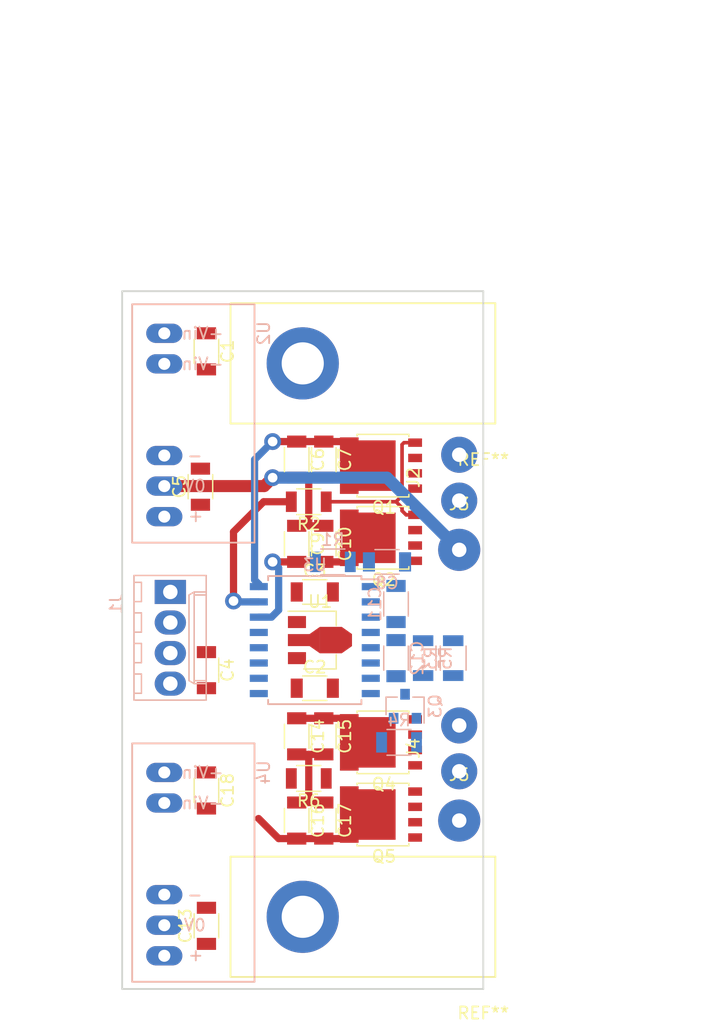
<source format=kicad_pcb>
(kicad_pcb (version 4) (host pcbnew 4.0.7)

  (general
    (links 144)
    (no_connects 67)
    (area 169.924999 59.924999 200.075001 118.075001)
    (thickness 1.6)
    (drawings 23)
    (tracks 59)
    (zones 0)
    (modules 40)
    (nets 26)
  )

  (page A4)
  (layers
    (0 F.Cu signal)
    (31 B.Cu signal)
    (32 B.Adhes user)
    (33 F.Adhes user)
    (34 B.Paste user)
    (35 F.Paste user)
    (36 B.SilkS user)
    (37 F.SilkS user)
    (38 B.Mask user)
    (39 F.Mask user)
    (40 Dwgs.User user)
    (41 Cmts.User user)
    (42 Eco1.User user)
    (43 Eco2.User user)
    (44 Edge.Cuts user)
    (45 Margin user)
    (46 B.CrtYd user)
    (47 F.CrtYd user)
    (48 B.Fab user)
    (49 F.Fab user)
  )

  (setup
    (last_trace_width 0.6)
    (user_trace_width 0.6)
    (user_trace_width 1)
    (trace_clearance 0.3)
    (zone_clearance 0.508)
    (zone_45_only no)
    (trace_min 0.2)
    (segment_width 0.2)
    (edge_width 0.15)
    (via_size 1.4)
    (via_drill 0.8)
    (via_min_size 1.4)
    (via_min_drill 0.8)
    (user_via 1.8 1.2)
    (uvia_size 0.3)
    (uvia_drill 0.1)
    (uvias_allowed no)
    (uvia_min_size 0.2)
    (uvia_min_drill 0.1)
    (pcb_text_width 0.3)
    (pcb_text_size 1.5 1.5)
    (mod_edge_width 0.15)
    (mod_text_size 1 1)
    (mod_text_width 0.15)
    (pad_size 1.524 1.524)
    (pad_drill 0.762)
    (pad_to_mask_clearance 0.2)
    (aux_axis_origin 0 0)
    (visible_elements 7FFEFFFF)
    (pcbplotparams
      (layerselection 0x00030_80000001)
      (usegerberextensions false)
      (excludeedgelayer true)
      (linewidth 0.100000)
      (plotframeref false)
      (viasonmask false)
      (mode 1)
      (useauxorigin false)
      (hpglpennumber 1)
      (hpglpenspeed 20)
      (hpglpendiameter 15)
      (hpglpenoverlay 2)
      (psnegative false)
      (psa4output false)
      (plotreference true)
      (plotvalue true)
      (plotinvisibletext false)
      (padsonsilk false)
      (subtractmaskfromsilk false)
      (outputformat 1)
      (mirror false)
      (drillshape 1)
      (scaleselection 1)
      (outputdirectory ""))
  )

  (net 0 "")
  (net 1 +24V)
  (net 2 GND)
  (net 3 +15V)
  (net 4 /+15V:A)
  (net 5 /-8.7V:A)
  (net 6 /VSS:A)
  (net 7 "Net-(C8-Pad1)")
  (net 8 /DT)
  (net 9 /+15V:B)
  (net 10 /-8.7V:B)
  (net 11 /VSS:B)
  (net 12 /PWM)
  (net 13 /ENABLE)
  (net 14 /Gate:A)
  (net 15 /Gate:B)
  (net 16 "Net-(Q1-Pad4)")
  (net 17 "Net-(Q3-Pad1)")
  (net 18 "Net-(Q3-Pad3)")
  (net 19 "Net-(Q4-Pad4)")
  (net 20 "Net-(R2-Pad2)")
  (net 21 "Net-(R6-Pad2)")
  (net 22 "Net-(U3-Pad2)")
  (net 23 "Net-(U3-Pad7)")
  (net 24 "Net-(U3-Pad12)")
  (net 25 "Net-(U3-Pad13)")

  (net_class Default "This is the default net class."
    (clearance 0.3)
    (trace_width 0.3)
    (via_dia 1.4)
    (via_drill 0.8)
    (uvia_dia 0.3)
    (uvia_drill 0.1)
    (add_net +15V)
    (add_net +24V)
    (add_net /+15V:A)
    (add_net /+15V:B)
    (add_net /-8.7V:A)
    (add_net /-8.7V:B)
    (add_net /DT)
    (add_net /ENABLE)
    (add_net /Gate:A)
    (add_net /Gate:B)
    (add_net /PWM)
    (add_net /VSS:A)
    (add_net /VSS:B)
    (add_net GND)
    (add_net "Net-(C8-Pad1)")
    (add_net "Net-(Q1-Pad4)")
    (add_net "Net-(Q3-Pad1)")
    (add_net "Net-(Q3-Pad3)")
    (add_net "Net-(Q4-Pad4)")
    (add_net "Net-(R2-Pad2)")
    (add_net "Net-(R6-Pad2)")
    (add_net "Net-(U3-Pad12)")
    (add_net "Net-(U3-Pad13)")
    (add_net "Net-(U3-Pad2)")
    (add_net "Net-(U3-Pad7)")
  )

  (module Connectors_Molex:Molex_KK-6410-04_04x2.54mm_Straight (layer B.Cu) (tedit 5AD5BB5E) (tstamp 5ACCB012)
    (at 174 85 270)
    (descr "Connector Headers with Friction Lock, 22-27-2041, http://www.molex.com/pdm_docs/sd/022272021_sd.pdf")
    (tags "connector molex kk_6410 22-27-2041")
    (path /5ACAE71F)
    (fp_text reference J1 (at 1 4.5 270) (layer B.SilkS)
      (effects (font (size 1 1) (thickness 0.15)) (justify mirror))
    )
    (fp_text value Inputs (at 4.25 4.75 270) (layer B.Fab)
      (effects (font (size 1 1) (thickness 0.15)) (justify mirror))
    )
    (fp_line (start -1.47 3.12) (end -1.47 -3.08) (layer B.Fab) (width 0.12))
    (fp_line (start -1.47 -3.08) (end 9.09 -3.08) (layer B.Fab) (width 0.12))
    (fp_line (start 9.09 -3.08) (end 9.09 3.12) (layer B.Fab) (width 0.12))
    (fp_line (start 9.09 3.12) (end -1.47 3.12) (layer B.Fab) (width 0.12))
    (fp_line (start -1.37 3.02) (end -1.37 -2.98) (layer B.SilkS) (width 0.12))
    (fp_line (start -1.37 -2.98) (end 8.99 -2.98) (layer B.SilkS) (width 0.12))
    (fp_line (start 8.99 -2.98) (end 8.99 3.02) (layer B.SilkS) (width 0.12))
    (fp_line (start 8.99 3.02) (end -1.37 3.02) (layer B.SilkS) (width 0.12))
    (fp_line (start 0 -2.98) (end 0 -1.98) (layer B.SilkS) (width 0.12))
    (fp_line (start 0 -1.98) (end 7.62 -1.98) (layer B.SilkS) (width 0.12))
    (fp_line (start 7.62 -1.98) (end 7.62 -2.98) (layer B.SilkS) (width 0.12))
    (fp_line (start 0 -1.98) (end 0.25 -1.55) (layer B.SilkS) (width 0.12))
    (fp_line (start 0.25 -1.55) (end 7.37 -1.55) (layer B.SilkS) (width 0.12))
    (fp_line (start 7.37 -1.55) (end 7.62 -1.98) (layer B.SilkS) (width 0.12))
    (fp_line (start 0.25 -2.98) (end 0.25 -1.98) (layer B.SilkS) (width 0.12))
    (fp_line (start 7.37 -2.98) (end 7.37 -1.98) (layer B.SilkS) (width 0.12))
    (fp_line (start -0.8 3.02) (end -0.8 2.4) (layer B.SilkS) (width 0.12))
    (fp_line (start -0.8 2.4) (end 0.8 2.4) (layer B.SilkS) (width 0.12))
    (fp_line (start 0.8 2.4) (end 0.8 3.02) (layer B.SilkS) (width 0.12))
    (fp_line (start 1.74 3.02) (end 1.74 2.4) (layer B.SilkS) (width 0.12))
    (fp_line (start 1.74 2.4) (end 3.34 2.4) (layer B.SilkS) (width 0.12))
    (fp_line (start 3.34 2.4) (end 3.34 3.02) (layer B.SilkS) (width 0.12))
    (fp_line (start 4.28 3.02) (end 4.28 2.4) (layer B.SilkS) (width 0.12))
    (fp_line (start 4.28 2.4) (end 5.88 2.4) (layer B.SilkS) (width 0.12))
    (fp_line (start 5.88 2.4) (end 5.88 3.02) (layer B.SilkS) (width 0.12))
    (fp_line (start 6.82 3.02) (end 6.82 2.4) (layer B.SilkS) (width 0.12))
    (fp_line (start 6.82 2.4) (end 8.42 2.4) (layer B.SilkS) (width 0.12))
    (fp_line (start 8.42 2.4) (end 8.42 3.02) (layer B.SilkS) (width 0.12))
    (fp_line (start -1.9 -3.5) (end -1.9 3.55) (layer B.CrtYd) (width 0.05))
    (fp_line (start -1.9 3.55) (end 9.5 3.55) (layer B.CrtYd) (width 0.05))
    (fp_line (start 9.5 3.55) (end 9.5 -3.5) (layer B.CrtYd) (width 0.05))
    (fp_line (start 9.5 -3.5) (end -1.9 -3.5) (layer B.CrtYd) (width 0.05))
    (fp_text user %R (at 3.81 0 270) (layer B.Fab)
      (effects (font (size 1 1) (thickness 0.15)) (justify mirror))
    )
    (pad 1 thru_hole rect (at 0 0 270) (size 2 2.6) (drill 1.2) (layers *.Cu *.Mask)
      (net 12 /PWM))
    (pad 2 thru_hole oval (at 2.54 0 270) (size 2 2.6) (drill 1.2) (layers *.Cu *.Mask)
      (net 13 /ENABLE))
    (pad 3 thru_hole oval (at 5.08 0 270) (size 2 2.6) (drill 1.2) (layers *.Cu *.Mask)
      (net 1 +24V))
    (pad 4 thru_hole oval (at 7.62 0 270) (size 2 2.6) (drill 1.2) (layers *.Cu *.Mask)
      (net 2 GND))
    (model ${KISYS3DMOD}/Connectors_Molex.3dshapes/Molex_KK-6410-04_04x2.54mm_Straight.wrl
      (at (xyz 0 0 0))
      (scale (xyz 1 1 1))
      (rotate (xyz 0 0 0))
    )
  )

  (module Capacitors_SMD:C_1206 (layer B.Cu) (tedit 58AA84B8) (tstamp 5ACA0DE4)
    (at 192.75 86 270)
    (descr "Capacitor SMD 1206, reflow soldering, AVX (see smccp.pdf)")
    (tags "capacitor 1206")
    (path /5ACAE5C1)
    (attr smd)
    (fp_text reference C11 (at 0 1.75 270) (layer B.SilkS)
      (effects (font (size 1 1) (thickness 0.15)) (justify mirror))
    )
    (fp_text value 100n (at 0 -2 270) (layer B.Fab)
      (effects (font (size 1 1) (thickness 0.15)) (justify mirror))
    )
    (fp_text user %R (at 0 1.75 270) (layer B.Fab)
      (effects (font (size 1 1) (thickness 0.15)) (justify mirror))
    )
    (fp_line (start -1.6 -0.8) (end -1.6 0.8) (layer B.Fab) (width 0.1))
    (fp_line (start 1.6 -0.8) (end -1.6 -0.8) (layer B.Fab) (width 0.1))
    (fp_line (start 1.6 0.8) (end 1.6 -0.8) (layer B.Fab) (width 0.1))
    (fp_line (start -1.6 0.8) (end 1.6 0.8) (layer B.Fab) (width 0.1))
    (fp_line (start 1 1.02) (end -1 1.02) (layer B.SilkS) (width 0.12))
    (fp_line (start -1 -1.02) (end 1 -1.02) (layer B.SilkS) (width 0.12))
    (fp_line (start -2.25 1.05) (end 2.25 1.05) (layer B.CrtYd) (width 0.05))
    (fp_line (start -2.25 1.05) (end -2.25 -1.05) (layer B.CrtYd) (width 0.05))
    (fp_line (start 2.25 -1.05) (end 2.25 1.05) (layer B.CrtYd) (width 0.05))
    (fp_line (start 2.25 -1.05) (end -2.25 -1.05) (layer B.CrtYd) (width 0.05))
    (pad 1 smd rect (at -1.5 0 270) (size 1 1.6) (layers B.Cu B.Paste B.Mask)
      (net 3 +15V))
    (pad 2 smd rect (at 1.5 0 270) (size 1 1.6) (layers B.Cu B.Paste B.Mask)
      (net 2 GND))
    (model Capacitors_SMD.3dshapes/C_1206.wrl
      (at (xyz 0 0 0))
      (scale (xyz 1 1 1))
      (rotate (xyz 0 0 0))
    )
  )

  (module Resistors_SMD:R_1206 (layer B.Cu) (tedit 58E0A804) (tstamp 5ACA0EA7)
    (at 193 97.5 180)
    (descr "Resistor SMD 1206, reflow soldering, Vishay (see dcrcw.pdf)")
    (tags "resistor 1206")
    (path /5ACAE833)
    (attr smd)
    (fp_text reference R4 (at 0 1.85 180) (layer B.SilkS)
      (effects (font (size 1 1) (thickness 0.15)) (justify mirror))
    )
    (fp_text value 5k6 (at 0 -1.95 180) (layer B.Fab)
      (effects (font (size 1 1) (thickness 0.15)) (justify mirror))
    )
    (fp_text user %R (at 0 0 180) (layer B.Fab)
      (effects (font (size 0.7 0.7) (thickness 0.105)) (justify mirror))
    )
    (fp_line (start -1.6 -0.8) (end -1.6 0.8) (layer B.Fab) (width 0.1))
    (fp_line (start 1.6 -0.8) (end -1.6 -0.8) (layer B.Fab) (width 0.1))
    (fp_line (start 1.6 0.8) (end 1.6 -0.8) (layer B.Fab) (width 0.1))
    (fp_line (start -1.6 0.8) (end 1.6 0.8) (layer B.Fab) (width 0.1))
    (fp_line (start 1 -1.07) (end -1 -1.07) (layer B.SilkS) (width 0.12))
    (fp_line (start -1 1.07) (end 1 1.07) (layer B.SilkS) (width 0.12))
    (fp_line (start -2.15 1.11) (end 2.15 1.11) (layer B.CrtYd) (width 0.05))
    (fp_line (start -2.15 1.11) (end -2.15 -1.1) (layer B.CrtYd) (width 0.05))
    (fp_line (start 2.15 -1.1) (end 2.15 1.11) (layer B.CrtYd) (width 0.05))
    (fp_line (start 2.15 -1.1) (end -2.15 -1.1) (layer B.CrtYd) (width 0.05))
    (pad 1 smd rect (at -1.45 0 180) (size 0.9 1.7) (layers B.Cu B.Paste B.Mask)
      (net 17 "Net-(Q3-Pad1)"))
    (pad 2 smd rect (at 1.45 0 180) (size 0.9 1.7) (layers B.Cu B.Paste B.Mask)
      (net 13 /ENABLE))
    (model ${KISYS3DMOD}/Resistors_SMD.3dshapes/R_1206.wrl
      (at (xyz 0 0 0))
      (scale (xyz 1 1 1))
      (rotate (xyz 0 0 0))
    )
  )

  (module TO_SOT_Packages_SMD:SOT-23 (layer B.Cu) (tedit 58CE4E7E) (tstamp 5ACA0E61)
    (at 193.5 94.5 90)
    (descr "SOT-23, Standard")
    (tags SOT-23)
    (path /5ACAE824)
    (attr smd)
    (fp_text reference Q3 (at 0 2.5 90) (layer B.SilkS)
      (effects (font (size 1 1) (thickness 0.15)) (justify mirror))
    )
    (fp_text value BC846A (at 0 -2.5 90) (layer B.Fab)
      (effects (font (size 1 1) (thickness 0.15)) (justify mirror))
    )
    (fp_text user %R (at 0 0 360) (layer B.Fab)
      (effects (font (size 0.5 0.5) (thickness 0.075)) (justify mirror))
    )
    (fp_line (start -0.7 0.95) (end -0.7 -1.5) (layer B.Fab) (width 0.1))
    (fp_line (start -0.15 1.52) (end 0.7 1.52) (layer B.Fab) (width 0.1))
    (fp_line (start -0.7 0.95) (end -0.15 1.52) (layer B.Fab) (width 0.1))
    (fp_line (start 0.7 1.52) (end 0.7 -1.52) (layer B.Fab) (width 0.1))
    (fp_line (start -0.7 -1.52) (end 0.7 -1.52) (layer B.Fab) (width 0.1))
    (fp_line (start 0.76 -1.58) (end 0.76 -0.65) (layer B.SilkS) (width 0.12))
    (fp_line (start 0.76 1.58) (end 0.76 0.65) (layer B.SilkS) (width 0.12))
    (fp_line (start -1.7 1.75) (end 1.7 1.75) (layer B.CrtYd) (width 0.05))
    (fp_line (start 1.7 1.75) (end 1.7 -1.75) (layer B.CrtYd) (width 0.05))
    (fp_line (start 1.7 -1.75) (end -1.7 -1.75) (layer B.CrtYd) (width 0.05))
    (fp_line (start -1.7 -1.75) (end -1.7 1.75) (layer B.CrtYd) (width 0.05))
    (fp_line (start 0.76 1.58) (end -1.4 1.58) (layer B.SilkS) (width 0.12))
    (fp_line (start 0.76 -1.58) (end -0.7 -1.58) (layer B.SilkS) (width 0.12))
    (pad 1 smd rect (at -1 0.95 90) (size 0.9 0.8) (layers B.Cu B.Paste B.Mask)
      (net 17 "Net-(Q3-Pad1)"))
    (pad 2 smd rect (at -1 -0.95 90) (size 0.9 0.8) (layers B.Cu B.Paste B.Mask)
      (net 2 GND))
    (pad 3 smd rect (at 1 0 90) (size 0.9 0.8) (layers B.Cu B.Paste B.Mask)
      (net 18 "Net-(Q3-Pad3)"))
    (model ${KISYS3DMOD}/TO_SOT_Packages_SMD.3dshapes/SOT-23.wrl
      (at (xyz 0 0 0))
      (scale (xyz 1 1 1))
      (rotate (xyz 0 0 0))
    )
  )

  (module Capacitors_SMD:C_1206 (layer F.Cu) (tedit 58AA84B8) (tstamp 5ACA0DA8)
    (at 177 65 270)
    (descr "Capacitor SMD 1206, reflow soldering, AVX (see smccp.pdf)")
    (tags "capacitor 1206")
    (path /5ACBB2B0)
    (attr smd)
    (fp_text reference C1 (at 0 -1.75 270) (layer F.SilkS)
      (effects (font (size 1 1) (thickness 0.15)))
    )
    (fp_text value 100n (at 0 2 270) (layer F.Fab)
      (effects (font (size 1 1) (thickness 0.15)))
    )
    (fp_text user %R (at 0 -1.75 270) (layer F.Fab)
      (effects (font (size 1 1) (thickness 0.15)))
    )
    (fp_line (start -1.6 0.8) (end -1.6 -0.8) (layer F.Fab) (width 0.1))
    (fp_line (start 1.6 0.8) (end -1.6 0.8) (layer F.Fab) (width 0.1))
    (fp_line (start 1.6 -0.8) (end 1.6 0.8) (layer F.Fab) (width 0.1))
    (fp_line (start -1.6 -0.8) (end 1.6 -0.8) (layer F.Fab) (width 0.1))
    (fp_line (start 1 -1.02) (end -1 -1.02) (layer F.SilkS) (width 0.12))
    (fp_line (start -1 1.02) (end 1 1.02) (layer F.SilkS) (width 0.12))
    (fp_line (start -2.25 -1.05) (end 2.25 -1.05) (layer F.CrtYd) (width 0.05))
    (fp_line (start -2.25 -1.05) (end -2.25 1.05) (layer F.CrtYd) (width 0.05))
    (fp_line (start 2.25 1.05) (end 2.25 -1.05) (layer F.CrtYd) (width 0.05))
    (fp_line (start 2.25 1.05) (end -2.25 1.05) (layer F.CrtYd) (width 0.05))
    (pad 1 smd rect (at -1.5 0 270) (size 1 1.6) (layers F.Cu F.Paste F.Mask)
      (net 1 +24V))
    (pad 2 smd rect (at 1.5 0 270) (size 1 1.6) (layers F.Cu F.Paste F.Mask)
      (net 2 GND))
    (model Capacitors_SMD.3dshapes/C_1206.wrl
      (at (xyz 0 0 0))
      (scale (xyz 1 1 1))
      (rotate (xyz 0 0 0))
    )
  )

  (module Capacitors_SMD:C_1206 (layer F.Cu) (tedit 58AA84B8) (tstamp 5ACA0DAE)
    (at 186 93)
    (descr "Capacitor SMD 1206, reflow soldering, AVX (see smccp.pdf)")
    (tags "capacitor 1206")
    (path /5ACAE6F9)
    (attr smd)
    (fp_text reference C2 (at 0 -1.75) (layer F.SilkS)
      (effects (font (size 1 1) (thickness 0.15)))
    )
    (fp_text value 330n (at 0 2) (layer F.Fab)
      (effects (font (size 1 1) (thickness 0.15)))
    )
    (fp_text user %R (at 0 -1.75) (layer F.Fab)
      (effects (font (size 1 1) (thickness 0.15)))
    )
    (fp_line (start -1.6 0.8) (end -1.6 -0.8) (layer F.Fab) (width 0.1))
    (fp_line (start 1.6 0.8) (end -1.6 0.8) (layer F.Fab) (width 0.1))
    (fp_line (start 1.6 -0.8) (end 1.6 0.8) (layer F.Fab) (width 0.1))
    (fp_line (start -1.6 -0.8) (end 1.6 -0.8) (layer F.Fab) (width 0.1))
    (fp_line (start 1 -1.02) (end -1 -1.02) (layer F.SilkS) (width 0.12))
    (fp_line (start -1 1.02) (end 1 1.02) (layer F.SilkS) (width 0.12))
    (fp_line (start -2.25 -1.05) (end 2.25 -1.05) (layer F.CrtYd) (width 0.05))
    (fp_line (start -2.25 -1.05) (end -2.25 1.05) (layer F.CrtYd) (width 0.05))
    (fp_line (start 2.25 1.05) (end 2.25 -1.05) (layer F.CrtYd) (width 0.05))
    (fp_line (start 2.25 1.05) (end -2.25 1.05) (layer F.CrtYd) (width 0.05))
    (pad 1 smd rect (at -1.5 0) (size 1 1.6) (layers F.Cu F.Paste F.Mask)
      (net 1 +24V))
    (pad 2 smd rect (at 1.5 0) (size 1 1.6) (layers F.Cu F.Paste F.Mask)
      (net 2 GND))
    (model Capacitors_SMD.3dshapes/C_1206.wrl
      (at (xyz 0 0 0))
      (scale (xyz 1 1 1))
      (rotate (xyz 0 0 0))
    )
  )

  (module Capacitors_SMD:C_1206 (layer F.Cu) (tedit 58AA84B8) (tstamp 5ACA0DB4)
    (at 186 85)
    (descr "Capacitor SMD 1206, reflow soldering, AVX (see smccp.pdf)")
    (tags "capacitor 1206")
    (path /5ACAE6F2)
    (attr smd)
    (fp_text reference C3 (at 0 -1.75) (layer F.SilkS)
      (effects (font (size 1 1) (thickness 0.15)))
    )
    (fp_text value 100n (at 0 2) (layer F.Fab)
      (effects (font (size 1 1) (thickness 0.15)))
    )
    (fp_text user %R (at 0 -1.75) (layer F.Fab)
      (effects (font (size 1 1) (thickness 0.15)))
    )
    (fp_line (start -1.6 0.8) (end -1.6 -0.8) (layer F.Fab) (width 0.1))
    (fp_line (start 1.6 0.8) (end -1.6 0.8) (layer F.Fab) (width 0.1))
    (fp_line (start 1.6 -0.8) (end 1.6 0.8) (layer F.Fab) (width 0.1))
    (fp_line (start -1.6 -0.8) (end 1.6 -0.8) (layer F.Fab) (width 0.1))
    (fp_line (start 1 -1.02) (end -1 -1.02) (layer F.SilkS) (width 0.12))
    (fp_line (start -1 1.02) (end 1 1.02) (layer F.SilkS) (width 0.12))
    (fp_line (start -2.25 -1.05) (end 2.25 -1.05) (layer F.CrtYd) (width 0.05))
    (fp_line (start -2.25 -1.05) (end -2.25 1.05) (layer F.CrtYd) (width 0.05))
    (fp_line (start 2.25 1.05) (end 2.25 -1.05) (layer F.CrtYd) (width 0.05))
    (fp_line (start 2.25 1.05) (end -2.25 1.05) (layer F.CrtYd) (width 0.05))
    (pad 1 smd rect (at -1.5 0) (size 1 1.6) (layers F.Cu F.Paste F.Mask)
      (net 3 +15V))
    (pad 2 smd rect (at 1.5 0) (size 1 1.6) (layers F.Cu F.Paste F.Mask)
      (net 2 GND))
    (model Capacitors_SMD.3dshapes/C_1206.wrl
      (at (xyz 0 0 0))
      (scale (xyz 1 1 1))
      (rotate (xyz 0 0 0))
    )
  )

  (module Capacitors_SMD:C_1206 (layer F.Cu) (tedit 58AA84B8) (tstamp 5ACA0DBA)
    (at 177 91.5 270)
    (descr "Capacitor SMD 1206, reflow soldering, AVX (see smccp.pdf)")
    (tags "capacitor 1206")
    (path /5ACAE706)
    (attr smd)
    (fp_text reference C4 (at 0 -1.75 270) (layer F.SilkS)
      (effects (font (size 1 1) (thickness 0.15)))
    )
    (fp_text value 10u (at 0 2 270) (layer F.Fab)
      (effects (font (size 1 1) (thickness 0.15)))
    )
    (fp_text user %R (at 0 -1.75 270) (layer F.Fab)
      (effects (font (size 1 1) (thickness 0.15)))
    )
    (fp_line (start -1.6 0.8) (end -1.6 -0.8) (layer F.Fab) (width 0.1))
    (fp_line (start 1.6 0.8) (end -1.6 0.8) (layer F.Fab) (width 0.1))
    (fp_line (start 1.6 -0.8) (end 1.6 0.8) (layer F.Fab) (width 0.1))
    (fp_line (start -1.6 -0.8) (end 1.6 -0.8) (layer F.Fab) (width 0.1))
    (fp_line (start 1 -1.02) (end -1 -1.02) (layer F.SilkS) (width 0.12))
    (fp_line (start -1 1.02) (end 1 1.02) (layer F.SilkS) (width 0.12))
    (fp_line (start -2.25 -1.05) (end 2.25 -1.05) (layer F.CrtYd) (width 0.05))
    (fp_line (start -2.25 -1.05) (end -2.25 1.05) (layer F.CrtYd) (width 0.05))
    (fp_line (start 2.25 1.05) (end 2.25 -1.05) (layer F.CrtYd) (width 0.05))
    (fp_line (start 2.25 1.05) (end -2.25 1.05) (layer F.CrtYd) (width 0.05))
    (pad 1 smd rect (at -1.5 0 270) (size 1 1.6) (layers F.Cu F.Paste F.Mask)
      (net 1 +24V))
    (pad 2 smd rect (at 1.5 0 270) (size 1 1.6) (layers F.Cu F.Paste F.Mask)
      (net 2 GND))
    (model Capacitors_SMD.3dshapes/C_1206.wrl
      (at (xyz 0 0 0))
      (scale (xyz 1 1 1))
      (rotate (xyz 0 0 0))
    )
  )

  (module Capacitors_SMD:C_1206 (layer F.Cu) (tedit 58AA84B8) (tstamp 5ACA0DC0)
    (at 176.5 76.25 90)
    (descr "Capacitor SMD 1206, reflow soldering, AVX (see smccp.pdf)")
    (tags "capacitor 1206")
    (path /5ACBD53E)
    (attr smd)
    (fp_text reference C5 (at 0 -1.75 90) (layer F.SilkS)
      (effects (font (size 1 1) (thickness 0.15)))
    )
    (fp_text value 10u (at 0 2 90) (layer F.Fab)
      (effects (font (size 1 1) (thickness 0.15)))
    )
    (fp_text user %R (at 0 -1.75 90) (layer F.Fab)
      (effects (font (size 1 1) (thickness 0.15)))
    )
    (fp_line (start -1.6 0.8) (end -1.6 -0.8) (layer F.Fab) (width 0.1))
    (fp_line (start 1.6 0.8) (end -1.6 0.8) (layer F.Fab) (width 0.1))
    (fp_line (start 1.6 -0.8) (end 1.6 0.8) (layer F.Fab) (width 0.1))
    (fp_line (start -1.6 -0.8) (end 1.6 -0.8) (layer F.Fab) (width 0.1))
    (fp_line (start 1 -1.02) (end -1 -1.02) (layer F.SilkS) (width 0.12))
    (fp_line (start -1 1.02) (end 1 1.02) (layer F.SilkS) (width 0.12))
    (fp_line (start -2.25 -1.05) (end 2.25 -1.05) (layer F.CrtYd) (width 0.05))
    (fp_line (start -2.25 -1.05) (end -2.25 1.05) (layer F.CrtYd) (width 0.05))
    (fp_line (start 2.25 1.05) (end 2.25 -1.05) (layer F.CrtYd) (width 0.05))
    (fp_line (start 2.25 1.05) (end -2.25 1.05) (layer F.CrtYd) (width 0.05))
    (pad 1 smd rect (at -1.5 0 90) (size 1 1.6) (layers F.Cu F.Paste F.Mask)
      (net 4 /+15V:A))
    (pad 2 smd rect (at 1.5 0 90) (size 1 1.6) (layers F.Cu F.Paste F.Mask)
      (net 5 /-8.7V:A))
    (model Capacitors_SMD.3dshapes/C_1206.wrl
      (at (xyz 0 0 0))
      (scale (xyz 1 1 1))
      (rotate (xyz 0 0 0))
    )
  )

  (module Capacitors_SMD:C_1206 (layer F.Cu) (tedit 58AA84B8) (tstamp 5ACA0DC6)
    (at 184.5 74 270)
    (descr "Capacitor SMD 1206, reflow soldering, AVX (see smccp.pdf)")
    (tags "capacitor 1206")
    (path /5ACBD526)
    (attr smd)
    (fp_text reference C6 (at 0 -1.75 270) (layer F.SilkS)
      (effects (font (size 1 1) (thickness 0.15)))
    )
    (fp_text value 4.7u (at 0 2 270) (layer F.Fab)
      (effects (font (size 1 1) (thickness 0.15)))
    )
    (fp_text user %R (at 0 -1.75 270) (layer F.Fab)
      (effects (font (size 1 1) (thickness 0.15)))
    )
    (fp_line (start -1.6 0.8) (end -1.6 -0.8) (layer F.Fab) (width 0.1))
    (fp_line (start 1.6 0.8) (end -1.6 0.8) (layer F.Fab) (width 0.1))
    (fp_line (start 1.6 -0.8) (end 1.6 0.8) (layer F.Fab) (width 0.1))
    (fp_line (start -1.6 -0.8) (end 1.6 -0.8) (layer F.Fab) (width 0.1))
    (fp_line (start 1 -1.02) (end -1 -1.02) (layer F.SilkS) (width 0.12))
    (fp_line (start -1 1.02) (end 1 1.02) (layer F.SilkS) (width 0.12))
    (fp_line (start -2.25 -1.05) (end 2.25 -1.05) (layer F.CrtYd) (width 0.05))
    (fp_line (start -2.25 -1.05) (end -2.25 1.05) (layer F.CrtYd) (width 0.05))
    (fp_line (start 2.25 1.05) (end 2.25 -1.05) (layer F.CrtYd) (width 0.05))
    (fp_line (start 2.25 1.05) (end -2.25 1.05) (layer F.CrtYd) (width 0.05))
    (pad 1 smd rect (at -1.5 0 270) (size 1 1.6) (layers F.Cu F.Paste F.Mask)
      (net 4 /+15V:A))
    (pad 2 smd rect (at 1.5 0 270) (size 1 1.6) (layers F.Cu F.Paste F.Mask)
      (net 6 /VSS:A))
    (model Capacitors_SMD.3dshapes/C_1206.wrl
      (at (xyz 0 0 0))
      (scale (xyz 1 1 1))
      (rotate (xyz 0 0 0))
    )
  )

  (module Capacitors_SMD:C_1206 (layer F.Cu) (tedit 58AA84B8) (tstamp 5ACA0DCC)
    (at 186.75 74 270)
    (descr "Capacitor SMD 1206, reflow soldering, AVX (see smccp.pdf)")
    (tags "capacitor 1206")
    (path /5ACBD52C)
    (attr smd)
    (fp_text reference C7 (at 0 -1.75 270) (layer F.SilkS)
      (effects (font (size 1 1) (thickness 0.15)))
    )
    (fp_text value 100n (at 0 2 270) (layer F.Fab)
      (effects (font (size 1 1) (thickness 0.15)))
    )
    (fp_text user %R (at 0 -1.75 270) (layer F.Fab)
      (effects (font (size 1 1) (thickness 0.15)))
    )
    (fp_line (start -1.6 0.8) (end -1.6 -0.8) (layer F.Fab) (width 0.1))
    (fp_line (start 1.6 0.8) (end -1.6 0.8) (layer F.Fab) (width 0.1))
    (fp_line (start 1.6 -0.8) (end 1.6 0.8) (layer F.Fab) (width 0.1))
    (fp_line (start -1.6 -0.8) (end 1.6 -0.8) (layer F.Fab) (width 0.1))
    (fp_line (start 1 -1.02) (end -1 -1.02) (layer F.SilkS) (width 0.12))
    (fp_line (start -1 1.02) (end 1 1.02) (layer F.SilkS) (width 0.12))
    (fp_line (start -2.25 -1.05) (end 2.25 -1.05) (layer F.CrtYd) (width 0.05))
    (fp_line (start -2.25 -1.05) (end -2.25 1.05) (layer F.CrtYd) (width 0.05))
    (fp_line (start 2.25 1.05) (end 2.25 -1.05) (layer F.CrtYd) (width 0.05))
    (fp_line (start 2.25 1.05) (end -2.25 1.05) (layer F.CrtYd) (width 0.05))
    (pad 1 smd rect (at -1.5 0 270) (size 1 1.6) (layers F.Cu F.Paste F.Mask)
      (net 4 /+15V:A))
    (pad 2 smd rect (at 1.5 0 270) (size 1 1.6) (layers F.Cu F.Paste F.Mask)
      (net 6 /VSS:A))
    (model Capacitors_SMD.3dshapes/C_1206.wrl
      (at (xyz 0 0 0))
      (scale (xyz 1 1 1))
      (rotate (xyz 0 0 0))
    )
  )

  (module Capacitors_SMD:C_1206 (layer B.Cu) (tedit 58AA84B8) (tstamp 5ACA0DD2)
    (at 192 82.5)
    (descr "Capacitor SMD 1206, reflow soldering, AVX (see smccp.pdf)")
    (tags "capacitor 1206")
    (path /5ACAE72D)
    (attr smd)
    (fp_text reference C8 (at 0 1.75) (layer B.SilkS)
      (effects (font (size 1 1) (thickness 0.15)) (justify mirror))
    )
    (fp_text value 33p (at 0 -2) (layer B.Fab)
      (effects (font (size 1 1) (thickness 0.15)) (justify mirror))
    )
    (fp_text user %R (at 0 1.75) (layer B.Fab)
      (effects (font (size 1 1) (thickness 0.15)) (justify mirror))
    )
    (fp_line (start -1.6 -0.8) (end -1.6 0.8) (layer B.Fab) (width 0.1))
    (fp_line (start 1.6 -0.8) (end -1.6 -0.8) (layer B.Fab) (width 0.1))
    (fp_line (start 1.6 0.8) (end 1.6 -0.8) (layer B.Fab) (width 0.1))
    (fp_line (start -1.6 0.8) (end 1.6 0.8) (layer B.Fab) (width 0.1))
    (fp_line (start 1 1.02) (end -1 1.02) (layer B.SilkS) (width 0.12))
    (fp_line (start -1 -1.02) (end 1 -1.02) (layer B.SilkS) (width 0.12))
    (fp_line (start -2.25 1.05) (end 2.25 1.05) (layer B.CrtYd) (width 0.05))
    (fp_line (start -2.25 1.05) (end -2.25 -1.05) (layer B.CrtYd) (width 0.05))
    (fp_line (start 2.25 -1.05) (end 2.25 1.05) (layer B.CrtYd) (width 0.05))
    (fp_line (start 2.25 -1.05) (end -2.25 -1.05) (layer B.CrtYd) (width 0.05))
    (pad 1 smd rect (at -1.5 0) (size 1 1.6) (layers B.Cu B.Paste B.Mask)
      (net 7 "Net-(C8-Pad1)"))
    (pad 2 smd rect (at 1.5 0) (size 1 1.6) (layers B.Cu B.Paste B.Mask)
      (net 2 GND))
    (model Capacitors_SMD.3dshapes/C_1206.wrl
      (at (xyz 0 0 0))
      (scale (xyz 1 1 1))
      (rotate (xyz 0 0 0))
    )
  )

  (module Capacitors_SMD:C_1206 (layer F.Cu) (tedit 58AA84B8) (tstamp 5ACA0DD8)
    (at 184.5 81 270)
    (descr "Capacitor SMD 1206, reflow soldering, AVX (see smccp.pdf)")
    (tags "capacitor 1206")
    (path /5ACBD532)
    (attr smd)
    (fp_text reference C9 (at 0 -1.75 270) (layer F.SilkS)
      (effects (font (size 1 1) (thickness 0.15)))
    )
    (fp_text value 4.7u (at 0 2 270) (layer F.Fab)
      (effects (font (size 1 1) (thickness 0.15)))
    )
    (fp_text user %R (at 0 -1.75 270) (layer F.Fab)
      (effects (font (size 1 1) (thickness 0.15)))
    )
    (fp_line (start -1.6 0.8) (end -1.6 -0.8) (layer F.Fab) (width 0.1))
    (fp_line (start 1.6 0.8) (end -1.6 0.8) (layer F.Fab) (width 0.1))
    (fp_line (start 1.6 -0.8) (end 1.6 0.8) (layer F.Fab) (width 0.1))
    (fp_line (start -1.6 -0.8) (end 1.6 -0.8) (layer F.Fab) (width 0.1))
    (fp_line (start 1 -1.02) (end -1 -1.02) (layer F.SilkS) (width 0.12))
    (fp_line (start -1 1.02) (end 1 1.02) (layer F.SilkS) (width 0.12))
    (fp_line (start -2.25 -1.05) (end 2.25 -1.05) (layer F.CrtYd) (width 0.05))
    (fp_line (start -2.25 -1.05) (end -2.25 1.05) (layer F.CrtYd) (width 0.05))
    (fp_line (start 2.25 1.05) (end 2.25 -1.05) (layer F.CrtYd) (width 0.05))
    (fp_line (start 2.25 1.05) (end -2.25 1.05) (layer F.CrtYd) (width 0.05))
    (pad 1 smd rect (at -1.5 0 270) (size 1 1.6) (layers F.Cu F.Paste F.Mask)
      (net 6 /VSS:A))
    (pad 2 smd rect (at 1.5 0 270) (size 1 1.6) (layers F.Cu F.Paste F.Mask)
      (net 5 /-8.7V:A))
    (model Capacitors_SMD.3dshapes/C_1206.wrl
      (at (xyz 0 0 0))
      (scale (xyz 1 1 1))
      (rotate (xyz 0 0 0))
    )
  )

  (module Capacitors_SMD:C_1206 (layer F.Cu) (tedit 58AA84B8) (tstamp 5ACA0DDE)
    (at 186.75 81 270)
    (descr "Capacitor SMD 1206, reflow soldering, AVX (see smccp.pdf)")
    (tags "capacitor 1206")
    (path /5ACBD538)
    (attr smd)
    (fp_text reference C10 (at 0 -1.75 270) (layer F.SilkS)
      (effects (font (size 1 1) (thickness 0.15)))
    )
    (fp_text value 100n (at 0 2 270) (layer F.Fab)
      (effects (font (size 1 1) (thickness 0.15)))
    )
    (fp_text user %R (at 0 -1.75 270) (layer F.Fab)
      (effects (font (size 1 1) (thickness 0.15)))
    )
    (fp_line (start -1.6 0.8) (end -1.6 -0.8) (layer F.Fab) (width 0.1))
    (fp_line (start 1.6 0.8) (end -1.6 0.8) (layer F.Fab) (width 0.1))
    (fp_line (start 1.6 -0.8) (end 1.6 0.8) (layer F.Fab) (width 0.1))
    (fp_line (start -1.6 -0.8) (end 1.6 -0.8) (layer F.Fab) (width 0.1))
    (fp_line (start 1 -1.02) (end -1 -1.02) (layer F.SilkS) (width 0.12))
    (fp_line (start -1 1.02) (end 1 1.02) (layer F.SilkS) (width 0.12))
    (fp_line (start -2.25 -1.05) (end 2.25 -1.05) (layer F.CrtYd) (width 0.05))
    (fp_line (start -2.25 -1.05) (end -2.25 1.05) (layer F.CrtYd) (width 0.05))
    (fp_line (start 2.25 1.05) (end 2.25 -1.05) (layer F.CrtYd) (width 0.05))
    (fp_line (start 2.25 1.05) (end -2.25 1.05) (layer F.CrtYd) (width 0.05))
    (pad 1 smd rect (at -1.5 0 270) (size 1 1.6) (layers F.Cu F.Paste F.Mask)
      (net 6 /VSS:A))
    (pad 2 smd rect (at 1.5 0 270) (size 1 1.6) (layers F.Cu F.Paste F.Mask)
      (net 5 /-8.7V:A))
    (model Capacitors_SMD.3dshapes/C_1206.wrl
      (at (xyz 0 0 0))
      (scale (xyz 1 1 1))
      (rotate (xyz 0 0 0))
    )
  )

  (module Capacitors_SMD:C_1206 (layer B.Cu) (tedit 58AA84B8) (tstamp 5ACA0DEA)
    (at 192.75 90.5 90)
    (descr "Capacitor SMD 1206, reflow soldering, AVX (see smccp.pdf)")
    (tags "capacitor 1206")
    (path /5ACAE5A7)
    (attr smd)
    (fp_text reference C12 (at 0 1.75 90) (layer B.SilkS)
      (effects (font (size 1 1) (thickness 0.15)) (justify mirror))
    )
    (fp_text value 2.2n (at 0 -2 90) (layer B.Fab)
      (effects (font (size 1 1) (thickness 0.15)) (justify mirror))
    )
    (fp_text user %R (at 0 1.75 90) (layer B.Fab)
      (effects (font (size 1 1) (thickness 0.15)) (justify mirror))
    )
    (fp_line (start -1.6 -0.8) (end -1.6 0.8) (layer B.Fab) (width 0.1))
    (fp_line (start 1.6 -0.8) (end -1.6 -0.8) (layer B.Fab) (width 0.1))
    (fp_line (start 1.6 0.8) (end 1.6 -0.8) (layer B.Fab) (width 0.1))
    (fp_line (start -1.6 0.8) (end 1.6 0.8) (layer B.Fab) (width 0.1))
    (fp_line (start 1 1.02) (end -1 1.02) (layer B.SilkS) (width 0.12))
    (fp_line (start -1 -1.02) (end 1 -1.02) (layer B.SilkS) (width 0.12))
    (fp_line (start -2.25 1.05) (end 2.25 1.05) (layer B.CrtYd) (width 0.05))
    (fp_line (start -2.25 1.05) (end -2.25 -1.05) (layer B.CrtYd) (width 0.05))
    (fp_line (start 2.25 -1.05) (end 2.25 1.05) (layer B.CrtYd) (width 0.05))
    (fp_line (start 2.25 -1.05) (end -2.25 -1.05) (layer B.CrtYd) (width 0.05))
    (pad 1 smd rect (at -1.5 0 90) (size 1 1.6) (layers B.Cu B.Paste B.Mask)
      (net 8 /DT))
    (pad 2 smd rect (at 1.5 0 90) (size 1 1.6) (layers B.Cu B.Paste B.Mask)
      (net 2 GND))
    (model Capacitors_SMD.3dshapes/C_1206.wrl
      (at (xyz 0 0 0))
      (scale (xyz 1 1 1))
      (rotate (xyz 0 0 0))
    )
  )

  (module Capacitors_SMD:C_1206 (layer F.Cu) (tedit 58AA84B8) (tstamp 5ACA0DF0)
    (at 177 112.75 90)
    (descr "Capacitor SMD 1206, reflow soldering, AVX (see smccp.pdf)")
    (tags "capacitor 1206")
    (path /5ACAE65D)
    (attr smd)
    (fp_text reference C13 (at 0 -1.75 90) (layer F.SilkS)
      (effects (font (size 1 1) (thickness 0.15)))
    )
    (fp_text value 10u (at 0 2 90) (layer F.Fab)
      (effects (font (size 1 1) (thickness 0.15)))
    )
    (fp_text user %R (at 0 -1.75 90) (layer F.Fab)
      (effects (font (size 1 1) (thickness 0.15)))
    )
    (fp_line (start -1.6 0.8) (end -1.6 -0.8) (layer F.Fab) (width 0.1))
    (fp_line (start 1.6 0.8) (end -1.6 0.8) (layer F.Fab) (width 0.1))
    (fp_line (start 1.6 -0.8) (end 1.6 0.8) (layer F.Fab) (width 0.1))
    (fp_line (start -1.6 -0.8) (end 1.6 -0.8) (layer F.Fab) (width 0.1))
    (fp_line (start 1 -1.02) (end -1 -1.02) (layer F.SilkS) (width 0.12))
    (fp_line (start -1 1.02) (end 1 1.02) (layer F.SilkS) (width 0.12))
    (fp_line (start -2.25 -1.05) (end 2.25 -1.05) (layer F.CrtYd) (width 0.05))
    (fp_line (start -2.25 -1.05) (end -2.25 1.05) (layer F.CrtYd) (width 0.05))
    (fp_line (start 2.25 1.05) (end 2.25 -1.05) (layer F.CrtYd) (width 0.05))
    (fp_line (start 2.25 1.05) (end -2.25 1.05) (layer F.CrtYd) (width 0.05))
    (pad 1 smd rect (at -1.5 0 90) (size 1 1.6) (layers F.Cu F.Paste F.Mask)
      (net 9 /+15V:B))
    (pad 2 smd rect (at 1.5 0 90) (size 1 1.6) (layers F.Cu F.Paste F.Mask)
      (net 10 /-8.7V:B))
    (model Capacitors_SMD.3dshapes/C_1206.wrl
      (at (xyz 0 0 0))
      (scale (xyz 1 1 1))
      (rotate (xyz 0 0 0))
    )
  )

  (module Capacitors_SMD:C_1206 (layer F.Cu) (tedit 58AA84B8) (tstamp 5ACA0DF6)
    (at 184.5 97 270)
    (descr "Capacitor SMD 1206, reflow soldering, AVX (see smccp.pdf)")
    (tags "capacitor 1206")
    (path /5ACAE641)
    (attr smd)
    (fp_text reference C14 (at 0 -1.75 270) (layer F.SilkS)
      (effects (font (size 1 1) (thickness 0.15)))
    )
    (fp_text value 4.7u (at 0 2 270) (layer F.Fab)
      (effects (font (size 1 1) (thickness 0.15)))
    )
    (fp_text user %R (at 0 -1.75 270) (layer F.Fab)
      (effects (font (size 1 1) (thickness 0.15)))
    )
    (fp_line (start -1.6 0.8) (end -1.6 -0.8) (layer F.Fab) (width 0.1))
    (fp_line (start 1.6 0.8) (end -1.6 0.8) (layer F.Fab) (width 0.1))
    (fp_line (start 1.6 -0.8) (end 1.6 0.8) (layer F.Fab) (width 0.1))
    (fp_line (start -1.6 -0.8) (end 1.6 -0.8) (layer F.Fab) (width 0.1))
    (fp_line (start 1 -1.02) (end -1 -1.02) (layer F.SilkS) (width 0.12))
    (fp_line (start -1 1.02) (end 1 1.02) (layer F.SilkS) (width 0.12))
    (fp_line (start -2.25 -1.05) (end 2.25 -1.05) (layer F.CrtYd) (width 0.05))
    (fp_line (start -2.25 -1.05) (end -2.25 1.05) (layer F.CrtYd) (width 0.05))
    (fp_line (start 2.25 1.05) (end 2.25 -1.05) (layer F.CrtYd) (width 0.05))
    (fp_line (start 2.25 1.05) (end -2.25 1.05) (layer F.CrtYd) (width 0.05))
    (pad 1 smd rect (at -1.5 0 270) (size 1 1.6) (layers F.Cu F.Paste F.Mask)
      (net 9 /+15V:B))
    (pad 2 smd rect (at 1.5 0 270) (size 1 1.6) (layers F.Cu F.Paste F.Mask)
      (net 11 /VSS:B))
    (model Capacitors_SMD.3dshapes/C_1206.wrl
      (at (xyz 0 0 0))
      (scale (xyz 1 1 1))
      (rotate (xyz 0 0 0))
    )
  )

  (module Capacitors_SMD:C_1206 (layer F.Cu) (tedit 58AA84B8) (tstamp 5ACA0DFC)
    (at 186.75 97 270)
    (descr "Capacitor SMD 1206, reflow soldering, AVX (see smccp.pdf)")
    (tags "capacitor 1206")
    (path /5ACAE648)
    (attr smd)
    (fp_text reference C15 (at 0 -1.75 270) (layer F.SilkS)
      (effects (font (size 1 1) (thickness 0.15)))
    )
    (fp_text value 100n (at 0 2 270) (layer F.Fab)
      (effects (font (size 1 1) (thickness 0.15)))
    )
    (fp_text user %R (at 0 -1.75 270) (layer F.Fab)
      (effects (font (size 1 1) (thickness 0.15)))
    )
    (fp_line (start -1.6 0.8) (end -1.6 -0.8) (layer F.Fab) (width 0.1))
    (fp_line (start 1.6 0.8) (end -1.6 0.8) (layer F.Fab) (width 0.1))
    (fp_line (start 1.6 -0.8) (end 1.6 0.8) (layer F.Fab) (width 0.1))
    (fp_line (start -1.6 -0.8) (end 1.6 -0.8) (layer F.Fab) (width 0.1))
    (fp_line (start 1 -1.02) (end -1 -1.02) (layer F.SilkS) (width 0.12))
    (fp_line (start -1 1.02) (end 1 1.02) (layer F.SilkS) (width 0.12))
    (fp_line (start -2.25 -1.05) (end 2.25 -1.05) (layer F.CrtYd) (width 0.05))
    (fp_line (start -2.25 -1.05) (end -2.25 1.05) (layer F.CrtYd) (width 0.05))
    (fp_line (start 2.25 1.05) (end 2.25 -1.05) (layer F.CrtYd) (width 0.05))
    (fp_line (start 2.25 1.05) (end -2.25 1.05) (layer F.CrtYd) (width 0.05))
    (pad 1 smd rect (at -1.5 0 270) (size 1 1.6) (layers F.Cu F.Paste F.Mask)
      (net 9 /+15V:B))
    (pad 2 smd rect (at 1.5 0 270) (size 1 1.6) (layers F.Cu F.Paste F.Mask)
      (net 11 /VSS:B))
    (model Capacitors_SMD.3dshapes/C_1206.wrl
      (at (xyz 0 0 0))
      (scale (xyz 1 1 1))
      (rotate (xyz 0 0 0))
    )
  )

  (module Capacitors_SMD:C_1206 (layer F.Cu) (tedit 58AA84B8) (tstamp 5ACA0E02)
    (at 184.5 104 270)
    (descr "Capacitor SMD 1206, reflow soldering, AVX (see smccp.pdf)")
    (tags "capacitor 1206")
    (path /5ACAE64F)
    (attr smd)
    (fp_text reference C16 (at 0 -1.75 270) (layer F.SilkS)
      (effects (font (size 1 1) (thickness 0.15)))
    )
    (fp_text value 4.7u (at 0 2 270) (layer F.Fab)
      (effects (font (size 1 1) (thickness 0.15)))
    )
    (fp_text user %R (at 0 -1.75 270) (layer F.Fab)
      (effects (font (size 1 1) (thickness 0.15)))
    )
    (fp_line (start -1.6 0.8) (end -1.6 -0.8) (layer F.Fab) (width 0.1))
    (fp_line (start 1.6 0.8) (end -1.6 0.8) (layer F.Fab) (width 0.1))
    (fp_line (start 1.6 -0.8) (end 1.6 0.8) (layer F.Fab) (width 0.1))
    (fp_line (start -1.6 -0.8) (end 1.6 -0.8) (layer F.Fab) (width 0.1))
    (fp_line (start 1 -1.02) (end -1 -1.02) (layer F.SilkS) (width 0.12))
    (fp_line (start -1 1.02) (end 1 1.02) (layer F.SilkS) (width 0.12))
    (fp_line (start -2.25 -1.05) (end 2.25 -1.05) (layer F.CrtYd) (width 0.05))
    (fp_line (start -2.25 -1.05) (end -2.25 1.05) (layer F.CrtYd) (width 0.05))
    (fp_line (start 2.25 1.05) (end 2.25 -1.05) (layer F.CrtYd) (width 0.05))
    (fp_line (start 2.25 1.05) (end -2.25 1.05) (layer F.CrtYd) (width 0.05))
    (pad 1 smd rect (at -1.5 0 270) (size 1 1.6) (layers F.Cu F.Paste F.Mask)
      (net 11 /VSS:B))
    (pad 2 smd rect (at 1.5 0 270) (size 1 1.6) (layers F.Cu F.Paste F.Mask)
      (net 10 /-8.7V:B))
    (model Capacitors_SMD.3dshapes/C_1206.wrl
      (at (xyz 0 0 0))
      (scale (xyz 1 1 1))
      (rotate (xyz 0 0 0))
    )
  )

  (module Capacitors_SMD:C_1206 (layer F.Cu) (tedit 58AA84B8) (tstamp 5ACA0E08)
    (at 186.75 104 270)
    (descr "Capacitor SMD 1206, reflow soldering, AVX (see smccp.pdf)")
    (tags "capacitor 1206")
    (path /5ACAE656)
    (attr smd)
    (fp_text reference C17 (at 0 -1.75 270) (layer F.SilkS)
      (effects (font (size 1 1) (thickness 0.15)))
    )
    (fp_text value 100n (at 0 2 270) (layer F.Fab)
      (effects (font (size 1 1) (thickness 0.15)))
    )
    (fp_text user %R (at 0 -1.75 270) (layer F.Fab)
      (effects (font (size 1 1) (thickness 0.15)))
    )
    (fp_line (start -1.6 0.8) (end -1.6 -0.8) (layer F.Fab) (width 0.1))
    (fp_line (start 1.6 0.8) (end -1.6 0.8) (layer F.Fab) (width 0.1))
    (fp_line (start 1.6 -0.8) (end 1.6 0.8) (layer F.Fab) (width 0.1))
    (fp_line (start -1.6 -0.8) (end 1.6 -0.8) (layer F.Fab) (width 0.1))
    (fp_line (start 1 -1.02) (end -1 -1.02) (layer F.SilkS) (width 0.12))
    (fp_line (start -1 1.02) (end 1 1.02) (layer F.SilkS) (width 0.12))
    (fp_line (start -2.25 -1.05) (end 2.25 -1.05) (layer F.CrtYd) (width 0.05))
    (fp_line (start -2.25 -1.05) (end -2.25 1.05) (layer F.CrtYd) (width 0.05))
    (fp_line (start 2.25 1.05) (end 2.25 -1.05) (layer F.CrtYd) (width 0.05))
    (fp_line (start 2.25 1.05) (end -2.25 1.05) (layer F.CrtYd) (width 0.05))
    (pad 1 smd rect (at -1.5 0 270) (size 1 1.6) (layers F.Cu F.Paste F.Mask)
      (net 11 /VSS:B))
    (pad 2 smd rect (at 1.5 0 270) (size 1 1.6) (layers F.Cu F.Paste F.Mask)
      (net 10 /-8.7V:B))
    (model Capacitors_SMD.3dshapes/C_1206.wrl
      (at (xyz 0 0 0))
      (scale (xyz 1 1 1))
      (rotate (xyz 0 0 0))
    )
  )

  (module Capacitors_SMD:C_1206 (layer F.Cu) (tedit 58AA84B8) (tstamp 5ACA0E0E)
    (at 177 101.5 270)
    (descr "Capacitor SMD 1206, reflow soldering, AVX (see smccp.pdf)")
    (tags "capacitor 1206")
    (path /5ACAE6CE)
    (attr smd)
    (fp_text reference C18 (at 0 -1.75 270) (layer F.SilkS)
      (effects (font (size 1 1) (thickness 0.15)))
    )
    (fp_text value 100n (at 0 2 270) (layer F.Fab)
      (effects (font (size 1 1) (thickness 0.15)))
    )
    (fp_text user %R (at 0 -1.75 270) (layer F.Fab)
      (effects (font (size 1 1) (thickness 0.15)))
    )
    (fp_line (start -1.6 0.8) (end -1.6 -0.8) (layer F.Fab) (width 0.1))
    (fp_line (start 1.6 0.8) (end -1.6 0.8) (layer F.Fab) (width 0.1))
    (fp_line (start 1.6 -0.8) (end 1.6 0.8) (layer F.Fab) (width 0.1))
    (fp_line (start -1.6 -0.8) (end 1.6 -0.8) (layer F.Fab) (width 0.1))
    (fp_line (start 1 -1.02) (end -1 -1.02) (layer F.SilkS) (width 0.12))
    (fp_line (start -1 1.02) (end 1 1.02) (layer F.SilkS) (width 0.12))
    (fp_line (start -2.25 -1.05) (end 2.25 -1.05) (layer F.CrtYd) (width 0.05))
    (fp_line (start -2.25 -1.05) (end -2.25 1.05) (layer F.CrtYd) (width 0.05))
    (fp_line (start 2.25 1.05) (end 2.25 -1.05) (layer F.CrtYd) (width 0.05))
    (fp_line (start 2.25 1.05) (end -2.25 1.05) (layer F.CrtYd) (width 0.05))
    (pad 1 smd rect (at -1.5 0 270) (size 1 1.6) (layers F.Cu F.Paste F.Mask)
      (net 1 +24V))
    (pad 2 smd rect (at 1.5 0 270) (size 1 1.6) (layers F.Cu F.Paste F.Mask)
      (net 2 GND))
    (model Capacitors_SMD.3dshapes/C_1206.wrl
      (at (xyz 0 0 0))
      (scale (xyz 1 1 1))
      (rotate (xyz 0 0 0))
    )
  )

  (module Wire_Pads:SolderWirePad_2x_1-2mmDrill (layer F.Cu) (tedit 0) (tstamp 5ACA0E1C)
    (at 198 75.5 90)
    (path /5ACBD546)
    (fp_text reference J2 (at 0 -3.81 90) (layer F.SilkS)
      (effects (font (size 1 1) (thickness 0.15)))
    )
    (fp_text value Gate:A (at 0.635 3.81 90) (layer F.Fab)
      (effects (font (size 1 1) (thickness 0.15)))
    )
    (pad 1 thru_hole circle (at -1.905 0 90) (size 2.99974 2.99974) (drill 1.19888) (layers *.Cu *.Mask)
      (net 14 /Gate:A))
    (pad 1 thru_hole circle (at 1.905 0 90) (size 2.99974 2.99974) (drill 1.19888) (layers *.Cu *.Mask)
      (net 14 /Gate:A))
  )

  (module Wire_Pads:SolderWirePad_single_1-2mmDrill (layer F.Cu) (tedit 0) (tstamp 5ACA0E21)
    (at 198 81.5)
    (path /5ACBD54C)
    (fp_text reference J3 (at 0 -3.81) (layer F.SilkS)
      (effects (font (size 1 1) (thickness 0.15)))
    )
    (fp_text value VSS:A (at -1.905 3.175) (layer F.Fab)
      (effects (font (size 1 1) (thickness 0.15)))
    )
    (pad 1 thru_hole circle (at 0 0) (size 3.50012 3.50012) (drill 1.19888) (layers *.Cu *.Mask)
      (net 6 /VSS:A))
  )

  (module Wire_Pads:SolderWirePad_2x_1-2mmDrill (layer F.Cu) (tedit 0) (tstamp 5ACA0E27)
    (at 198 98 90)
    (path /5AC9F3C8)
    (fp_text reference J4 (at 0 -3.81 90) (layer F.SilkS)
      (effects (font (size 1 1) (thickness 0.15)))
    )
    (fp_text value Gate:B (at 0.635 3.81 90) (layer F.Fab)
      (effects (font (size 1 1) (thickness 0.15)))
    )
    (pad 1 thru_hole circle (at -1.905 0 90) (size 2.99974 2.99974) (drill 1.19888) (layers *.Cu *.Mask)
      (net 15 /Gate:B))
    (pad 1 thru_hole circle (at 1.905 0 90) (size 2.99974 2.99974) (drill 1.19888) (layers *.Cu *.Mask)
      (net 15 /Gate:B))
  )

  (module Wire_Pads:SolderWirePad_single_1-2mmDrill (layer F.Cu) (tedit 0) (tstamp 5ACA0E2C)
    (at 198 104)
    (path /5AC9F3CE)
    (fp_text reference J5 (at 0 -3.81) (layer F.SilkS)
      (effects (font (size 1 1) (thickness 0.15)))
    )
    (fp_text value VSS:B (at -1.905 3.175) (layer F.Fab)
      (effects (font (size 1 1) (thickness 0.15)))
    )
    (pad 1 thru_hole circle (at 0 0) (size 3.50012 3.50012) (drill 1.19888) (layers *.Cu *.Mask)
      (net 11 /VSS:B))
  )

  (module TO_SOT_Packages_SMD:SOT-669_LFPAK (layer F.Cu) (tedit 5919D982) (tstamp 5ACA0E43)
    (at 191.5 74.5 180)
    (descr "LFPAK www.nxp.com/documents/leaflet/939775016838_LR.pdf")
    (tags "LFPAK SOT-669 Power-SO8")
    (path /5ACBD514)
    (solder_mask_margin 0.07)
    (solder_paste_margin -0.05)
    (attr smd)
    (fp_text reference Q1 (at -0.245 -3.48 180) (layer F.SilkS)
      (effects (font (size 1 1) (thickness 0.15)))
    )
    (fp_text value PHPT60415NY (at -0.245 3.52 180) (layer F.Fab)
      (effects (font (size 1 1) (thickness 0.15)))
    )
    (fp_text user %R (at 0 0 270) (layer F.Fab)
      (effects (font (size 1 1) (thickness 0.15)))
    )
    (fp_line (start -2.315 2.4) (end -2.315 2.6) (layer F.SilkS) (width 0.12))
    (fp_line (start -2.315 2.6) (end 1.985 2.6) (layer F.SilkS) (width 0.12))
    (fp_line (start 1.985 2.6) (end 1.985 2.45) (layer F.SilkS) (width 0.12))
    (fp_line (start 1.985 -2.45) (end 1.985 -2.6) (layer F.SilkS) (width 0.12))
    (fp_line (start 1.985 -2.6) (end -2.315 -2.6) (layer F.SilkS) (width 0.12))
    (fp_line (start -2.315 -2.6) (end -2.315 -2.4) (layer F.SilkS) (width 0.12))
    (fp_line (start -2.215 1.7) (end -3.215 1.7) (layer F.Fab) (width 0.1))
    (fp_line (start -3.215 1.7) (end -3.215 2.15) (layer F.Fab) (width 0.1))
    (fp_line (start -3.215 2.15) (end -2.215 2.15) (layer F.Fab) (width 0.1))
    (fp_line (start -2.215 0.4) (end -3.215 0.4) (layer F.Fab) (width 0.1))
    (fp_line (start -3.215 0.4) (end -3.215 0.85) (layer F.Fab) (width 0.1))
    (fp_line (start -3.215 0.85) (end -2.215 0.85) (layer F.Fab) (width 0.1))
    (fp_line (start -2.215 -0.85) (end -3.215 -0.85) (layer F.Fab) (width 0.1))
    (fp_line (start -3.215 -0.85) (end -3.215 -0.4) (layer F.Fab) (width 0.1))
    (fp_line (start -3.215 -0.4) (end -2.215 -0.4) (layer F.Fab) (width 0.1))
    (fp_line (start -3.215 -2.15) (end -3.215 -1.65) (layer F.Fab) (width 0.1))
    (fp_line (start -3.215 -2.15) (end -2.215 -2.15) (layer F.Fab) (width 0.1))
    (fp_line (start -3.215 -1.65) (end -2.215 -1.65) (layer F.Fab) (width 0.1))
    (fp_line (start 3.185 -2.2) (end 3.185 2.2) (layer F.Fab) (width 0.1))
    (fp_line (start 3.185 2.2) (end 1.885 2.2) (layer F.Fab) (width 0.1))
    (fp_line (start 3.185 -2.2) (end 1.885 -2.2) (layer F.Fab) (width 0.1))
    (fp_line (start 1.885 -2.5) (end -2.215 -2.5) (layer F.Fab) (width 0.1))
    (fp_line (start -2.215 -2.5) (end -2.215 2.5) (layer F.Fab) (width 0.1))
    (fp_line (start -2.215 2.5) (end 1.885 2.5) (layer F.Fab) (width 0.1))
    (fp_line (start 1.885 2.5) (end 1.885 -2.5) (layer F.Fab) (width 0.1))
    (fp_line (start 3.67 -2.75) (end 3.67 2.75) (layer F.CrtYd) (width 0.05))
    (fp_line (start 3.67 -2.75) (end -3.67 -2.75) (layer F.CrtYd) (width 0.05))
    (fp_line (start -3.67 2.75) (end 3.67 2.75) (layer F.CrtYd) (width 0.05))
    (fp_line (start -3.67 2.75) (end -3.67 -2.75) (layer F.CrtYd) (width 0.05))
    (pad 5 smd rect (at 0.185 -1.15 180) (size 0.6 0.9) (layers F.Cu F.Paste F.Mask)
      (net 4 /+15V:A))
    (pad 5 smd rect (at -0.665 -1.15 180) (size 0.6 0.9) (layers F.Cu F.Paste F.Mask)
      (net 4 /+15V:A))
    (pad 5 smd rect (at 1.035 -1.15 180) (size 0.6 0.9) (layers F.Cu F.Paste F.Mask)
      (net 4 /+15V:A))
    (pad 5 smd rect (at 0.185 1.15 180) (size 0.6 0.9) (layers F.Cu F.Paste F.Mask)
      (net 4 /+15V:A))
    (pad 5 smd rect (at -0.665 1.15 180) (size 0.6 0.9) (layers F.Cu F.Paste F.Mask)
      (net 4 /+15V:A))
    (pad 5 smd rect (at 1.035 1.15 180) (size 0.6 0.9) (layers F.Cu F.Paste F.Mask)
      (net 4 /+15V:A))
    (pad 5 smd rect (at 1.035 0 180) (size 0.6 0.9) (layers F.Cu F.Paste F.Mask)
      (net 4 /+15V:A))
    (pad 5 smd rect (at -0.665 0 180) (size 0.6 0.9) (layers F.Cu F.Paste F.Mask)
      (net 4 /+15V:A))
    (pad 5 smd rect (at 2.885 -1.88 90) (size 0.6 0.9) (layers F.Cu F.Paste F.Mask)
      (net 4 /+15V:A))
    (pad 5 smd rect (at 2.885 1.88 90) (size 0.6 0.9) (layers F.Cu F.Paste F.Mask)
      (net 4 /+15V:A))
    (pad 5 smd rect (at 2.885 -0.6 90) (size 0.6 0.9) (layers F.Cu F.Paste F.Mask)
      (net 4 /+15V:A))
    (pad 2 smd rect (at -2.835 -0.64 90) (size 0.7 1.15) (layers F.Cu F.Paste F.Mask)
      (net 14 /Gate:A) (solder_mask_margin 0.07) (solder_paste_margin -0.05))
    (pad 1 smd rect (at -2.835 -1.91 90) (size 0.7 1.15) (layers F.Cu F.Paste F.Mask)
      (net 14 /Gate:A) (solder_mask_margin 0.07) (solder_paste_margin -0.05))
    (pad 3 smd rect (at -2.835 0.64 90) (size 0.7 1.15) (layers F.Cu F.Paste F.Mask)
      (net 14 /Gate:A) (solder_mask_margin 0.07) (solder_paste_margin -0.05))
    (pad 5 smd rect (at 2.635 0 90) (size 4.7 1.55) (layers F.Cu F.Paste F.Mask)
      (net 4 /+15V:A) (solder_mask_margin 0.07))
    (pad 5 smd rect (at 0.435 0 90) (size 4.2 3.3) (layers F.Cu F.Paste F.Mask)
      (net 4 /+15V:A) (solder_mask_margin 0.07))
    (pad 4 smd rect (at -2.835 1.91 90) (size 0.7 1.15) (layers F.Cu F.Paste F.Mask)
      (net 16 "Net-(Q1-Pad4)") (solder_mask_margin 0.07) (solder_paste_margin -0.05))
    (pad 5 smd rect (at 2.885 0.6 90) (size 0.6 0.9) (layers F.Cu F.Paste F.Mask)
      (net 4 /+15V:A))
    (pad 5 smd rect (at 0.185 0 180) (size 0.6 0.9) (layers F.Cu F.Paste F.Mask)
      (net 4 /+15V:A))
    (model ${KISYS3DMOD}/TO_SOT_Packages_SMD.3dshapes/SOT-669_LFPAK.wrl
      (at (xyz 0 0 0))
      (scale (xyz 1 1 1))
      (rotate (xyz 0 0 0))
    )
  )

  (module TO_SOT_Packages_SMD:SOT-669_LFPAK (layer F.Cu) (tedit 5919D982) (tstamp 5ACA0E5A)
    (at 191.5 80.5 180)
    (descr "LFPAK www.nxp.com/documents/leaflet/939775016838_LR.pdf")
    (tags "LFPAK SOT-669 Power-SO8")
    (path /5ACBD520)
    (solder_mask_margin 0.07)
    (solder_paste_margin -0.05)
    (attr smd)
    (fp_text reference Q2 (at -0.245 -3.48 180) (layer F.SilkS)
      (effects (font (size 1 1) (thickness 0.15)))
    )
    (fp_text value PHPT60415PY (at -0.245 3.52 180) (layer F.Fab)
      (effects (font (size 1 1) (thickness 0.15)))
    )
    (fp_text user %R (at 0 0 270) (layer F.Fab)
      (effects (font (size 1 1) (thickness 0.15)))
    )
    (fp_line (start -2.315 2.4) (end -2.315 2.6) (layer F.SilkS) (width 0.12))
    (fp_line (start -2.315 2.6) (end 1.985 2.6) (layer F.SilkS) (width 0.12))
    (fp_line (start 1.985 2.6) (end 1.985 2.45) (layer F.SilkS) (width 0.12))
    (fp_line (start 1.985 -2.45) (end 1.985 -2.6) (layer F.SilkS) (width 0.12))
    (fp_line (start 1.985 -2.6) (end -2.315 -2.6) (layer F.SilkS) (width 0.12))
    (fp_line (start -2.315 -2.6) (end -2.315 -2.4) (layer F.SilkS) (width 0.12))
    (fp_line (start -2.215 1.7) (end -3.215 1.7) (layer F.Fab) (width 0.1))
    (fp_line (start -3.215 1.7) (end -3.215 2.15) (layer F.Fab) (width 0.1))
    (fp_line (start -3.215 2.15) (end -2.215 2.15) (layer F.Fab) (width 0.1))
    (fp_line (start -2.215 0.4) (end -3.215 0.4) (layer F.Fab) (width 0.1))
    (fp_line (start -3.215 0.4) (end -3.215 0.85) (layer F.Fab) (width 0.1))
    (fp_line (start -3.215 0.85) (end -2.215 0.85) (layer F.Fab) (width 0.1))
    (fp_line (start -2.215 -0.85) (end -3.215 -0.85) (layer F.Fab) (width 0.1))
    (fp_line (start -3.215 -0.85) (end -3.215 -0.4) (layer F.Fab) (width 0.1))
    (fp_line (start -3.215 -0.4) (end -2.215 -0.4) (layer F.Fab) (width 0.1))
    (fp_line (start -3.215 -2.15) (end -3.215 -1.65) (layer F.Fab) (width 0.1))
    (fp_line (start -3.215 -2.15) (end -2.215 -2.15) (layer F.Fab) (width 0.1))
    (fp_line (start -3.215 -1.65) (end -2.215 -1.65) (layer F.Fab) (width 0.1))
    (fp_line (start 3.185 -2.2) (end 3.185 2.2) (layer F.Fab) (width 0.1))
    (fp_line (start 3.185 2.2) (end 1.885 2.2) (layer F.Fab) (width 0.1))
    (fp_line (start 3.185 -2.2) (end 1.885 -2.2) (layer F.Fab) (width 0.1))
    (fp_line (start 1.885 -2.5) (end -2.215 -2.5) (layer F.Fab) (width 0.1))
    (fp_line (start -2.215 -2.5) (end -2.215 2.5) (layer F.Fab) (width 0.1))
    (fp_line (start -2.215 2.5) (end 1.885 2.5) (layer F.Fab) (width 0.1))
    (fp_line (start 1.885 2.5) (end 1.885 -2.5) (layer F.Fab) (width 0.1))
    (fp_line (start 3.67 -2.75) (end 3.67 2.75) (layer F.CrtYd) (width 0.05))
    (fp_line (start 3.67 -2.75) (end -3.67 -2.75) (layer F.CrtYd) (width 0.05))
    (fp_line (start -3.67 2.75) (end 3.67 2.75) (layer F.CrtYd) (width 0.05))
    (fp_line (start -3.67 2.75) (end -3.67 -2.75) (layer F.CrtYd) (width 0.05))
    (pad 5 smd rect (at 0.185 -1.15 180) (size 0.6 0.9) (layers F.Cu F.Paste F.Mask)
      (net 5 /-8.7V:A))
    (pad 5 smd rect (at -0.665 -1.15 180) (size 0.6 0.9) (layers F.Cu F.Paste F.Mask)
      (net 5 /-8.7V:A))
    (pad 5 smd rect (at 1.035 -1.15 180) (size 0.6 0.9) (layers F.Cu F.Paste F.Mask)
      (net 5 /-8.7V:A))
    (pad 5 smd rect (at 0.185 1.15 180) (size 0.6 0.9) (layers F.Cu F.Paste F.Mask)
      (net 5 /-8.7V:A))
    (pad 5 smd rect (at -0.665 1.15 180) (size 0.6 0.9) (layers F.Cu F.Paste F.Mask)
      (net 5 /-8.7V:A))
    (pad 5 smd rect (at 1.035 1.15 180) (size 0.6 0.9) (layers F.Cu F.Paste F.Mask)
      (net 5 /-8.7V:A))
    (pad 5 smd rect (at 1.035 0 180) (size 0.6 0.9) (layers F.Cu F.Paste F.Mask)
      (net 5 /-8.7V:A))
    (pad 5 smd rect (at -0.665 0 180) (size 0.6 0.9) (layers F.Cu F.Paste F.Mask)
      (net 5 /-8.7V:A))
    (pad 5 smd rect (at 2.885 -1.88 90) (size 0.6 0.9) (layers F.Cu F.Paste F.Mask)
      (net 5 /-8.7V:A))
    (pad 5 smd rect (at 2.885 1.88 90) (size 0.6 0.9) (layers F.Cu F.Paste F.Mask)
      (net 5 /-8.7V:A))
    (pad 5 smd rect (at 2.885 -0.6 90) (size 0.6 0.9) (layers F.Cu F.Paste F.Mask)
      (net 5 /-8.7V:A))
    (pad 2 smd rect (at -2.835 -0.64 90) (size 0.7 1.15) (layers F.Cu F.Paste F.Mask)
      (net 14 /Gate:A) (solder_mask_margin 0.07) (solder_paste_margin -0.05))
    (pad 1 smd rect (at -2.835 -1.91 90) (size 0.7 1.15) (layers F.Cu F.Paste F.Mask)
      (net 14 /Gate:A) (solder_mask_margin 0.07) (solder_paste_margin -0.05))
    (pad 3 smd rect (at -2.835 0.64 90) (size 0.7 1.15) (layers F.Cu F.Paste F.Mask)
      (net 14 /Gate:A) (solder_mask_margin 0.07) (solder_paste_margin -0.05))
    (pad 5 smd rect (at 2.635 0 90) (size 4.7 1.55) (layers F.Cu F.Paste F.Mask)
      (net 5 /-8.7V:A) (solder_mask_margin 0.07))
    (pad 5 smd rect (at 0.435 0 90) (size 4.2 3.3) (layers F.Cu F.Paste F.Mask)
      (net 5 /-8.7V:A) (solder_mask_margin 0.07))
    (pad 4 smd rect (at -2.835 1.91 90) (size 0.7 1.15) (layers F.Cu F.Paste F.Mask)
      (net 16 "Net-(Q1-Pad4)") (solder_mask_margin 0.07) (solder_paste_margin -0.05))
    (pad 5 smd rect (at 2.885 0.6 90) (size 0.6 0.9) (layers F.Cu F.Paste F.Mask)
      (net 5 /-8.7V:A))
    (pad 5 smd rect (at 0.185 0 180) (size 0.6 0.9) (layers F.Cu F.Paste F.Mask)
      (net 5 /-8.7V:A))
    (model ${KISYS3DMOD}/TO_SOT_Packages_SMD.3dshapes/SOT-669_LFPAK.wrl
      (at (xyz 0 0 0))
      (scale (xyz 1 1 1))
      (rotate (xyz 0 0 0))
    )
  )

  (module TO_SOT_Packages_SMD:SOT-669_LFPAK (layer F.Cu) (tedit 5919D982) (tstamp 5ACA0E78)
    (at 191.5 97.5 180)
    (descr "LFPAK www.nxp.com/documents/leaflet/939775016838_LR.pdf")
    (tags "LFPAK SOT-669 Power-SO8")
    (path /5ACAE602)
    (solder_mask_margin 0.07)
    (solder_paste_margin -0.05)
    (attr smd)
    (fp_text reference Q4 (at -0.245 -3.48 180) (layer F.SilkS)
      (effects (font (size 1 1) (thickness 0.15)))
    )
    (fp_text value PHPT60415NY (at -0.245 3.52 180) (layer F.Fab)
      (effects (font (size 1 1) (thickness 0.15)))
    )
    (fp_text user %R (at 0 0 270) (layer F.Fab)
      (effects (font (size 1 1) (thickness 0.15)))
    )
    (fp_line (start -2.315 2.4) (end -2.315 2.6) (layer F.SilkS) (width 0.12))
    (fp_line (start -2.315 2.6) (end 1.985 2.6) (layer F.SilkS) (width 0.12))
    (fp_line (start 1.985 2.6) (end 1.985 2.45) (layer F.SilkS) (width 0.12))
    (fp_line (start 1.985 -2.45) (end 1.985 -2.6) (layer F.SilkS) (width 0.12))
    (fp_line (start 1.985 -2.6) (end -2.315 -2.6) (layer F.SilkS) (width 0.12))
    (fp_line (start -2.315 -2.6) (end -2.315 -2.4) (layer F.SilkS) (width 0.12))
    (fp_line (start -2.215 1.7) (end -3.215 1.7) (layer F.Fab) (width 0.1))
    (fp_line (start -3.215 1.7) (end -3.215 2.15) (layer F.Fab) (width 0.1))
    (fp_line (start -3.215 2.15) (end -2.215 2.15) (layer F.Fab) (width 0.1))
    (fp_line (start -2.215 0.4) (end -3.215 0.4) (layer F.Fab) (width 0.1))
    (fp_line (start -3.215 0.4) (end -3.215 0.85) (layer F.Fab) (width 0.1))
    (fp_line (start -3.215 0.85) (end -2.215 0.85) (layer F.Fab) (width 0.1))
    (fp_line (start -2.215 -0.85) (end -3.215 -0.85) (layer F.Fab) (width 0.1))
    (fp_line (start -3.215 -0.85) (end -3.215 -0.4) (layer F.Fab) (width 0.1))
    (fp_line (start -3.215 -0.4) (end -2.215 -0.4) (layer F.Fab) (width 0.1))
    (fp_line (start -3.215 -2.15) (end -3.215 -1.65) (layer F.Fab) (width 0.1))
    (fp_line (start -3.215 -2.15) (end -2.215 -2.15) (layer F.Fab) (width 0.1))
    (fp_line (start -3.215 -1.65) (end -2.215 -1.65) (layer F.Fab) (width 0.1))
    (fp_line (start 3.185 -2.2) (end 3.185 2.2) (layer F.Fab) (width 0.1))
    (fp_line (start 3.185 2.2) (end 1.885 2.2) (layer F.Fab) (width 0.1))
    (fp_line (start 3.185 -2.2) (end 1.885 -2.2) (layer F.Fab) (width 0.1))
    (fp_line (start 1.885 -2.5) (end -2.215 -2.5) (layer F.Fab) (width 0.1))
    (fp_line (start -2.215 -2.5) (end -2.215 2.5) (layer F.Fab) (width 0.1))
    (fp_line (start -2.215 2.5) (end 1.885 2.5) (layer F.Fab) (width 0.1))
    (fp_line (start 1.885 2.5) (end 1.885 -2.5) (layer F.Fab) (width 0.1))
    (fp_line (start 3.67 -2.75) (end 3.67 2.75) (layer F.CrtYd) (width 0.05))
    (fp_line (start 3.67 -2.75) (end -3.67 -2.75) (layer F.CrtYd) (width 0.05))
    (fp_line (start -3.67 2.75) (end 3.67 2.75) (layer F.CrtYd) (width 0.05))
    (fp_line (start -3.67 2.75) (end -3.67 -2.75) (layer F.CrtYd) (width 0.05))
    (pad 5 smd rect (at 0.185 -1.15 180) (size 0.6 0.9) (layers F.Cu F.Paste F.Mask)
      (net 9 /+15V:B))
    (pad 5 smd rect (at -0.665 -1.15 180) (size 0.6 0.9) (layers F.Cu F.Paste F.Mask)
      (net 9 /+15V:B))
    (pad 5 smd rect (at 1.035 -1.15 180) (size 0.6 0.9) (layers F.Cu F.Paste F.Mask)
      (net 9 /+15V:B))
    (pad 5 smd rect (at 0.185 1.15 180) (size 0.6 0.9) (layers F.Cu F.Paste F.Mask)
      (net 9 /+15V:B))
    (pad 5 smd rect (at -0.665 1.15 180) (size 0.6 0.9) (layers F.Cu F.Paste F.Mask)
      (net 9 /+15V:B))
    (pad 5 smd rect (at 1.035 1.15 180) (size 0.6 0.9) (layers F.Cu F.Paste F.Mask)
      (net 9 /+15V:B))
    (pad 5 smd rect (at 1.035 0 180) (size 0.6 0.9) (layers F.Cu F.Paste F.Mask)
      (net 9 /+15V:B))
    (pad 5 smd rect (at -0.665 0 180) (size 0.6 0.9) (layers F.Cu F.Paste F.Mask)
      (net 9 /+15V:B))
    (pad 5 smd rect (at 2.885 -1.88 90) (size 0.6 0.9) (layers F.Cu F.Paste F.Mask)
      (net 9 /+15V:B))
    (pad 5 smd rect (at 2.885 1.88 90) (size 0.6 0.9) (layers F.Cu F.Paste F.Mask)
      (net 9 /+15V:B))
    (pad 5 smd rect (at 2.885 -0.6 90) (size 0.6 0.9) (layers F.Cu F.Paste F.Mask)
      (net 9 /+15V:B))
    (pad 2 smd rect (at -2.835 -0.64 90) (size 0.7 1.15) (layers F.Cu F.Paste F.Mask)
      (net 15 /Gate:B) (solder_mask_margin 0.07) (solder_paste_margin -0.05))
    (pad 1 smd rect (at -2.835 -1.91 90) (size 0.7 1.15) (layers F.Cu F.Paste F.Mask)
      (net 15 /Gate:B) (solder_mask_margin 0.07) (solder_paste_margin -0.05))
    (pad 3 smd rect (at -2.835 0.64 90) (size 0.7 1.15) (layers F.Cu F.Paste F.Mask)
      (net 15 /Gate:B) (solder_mask_margin 0.07) (solder_paste_margin -0.05))
    (pad 5 smd rect (at 2.635 0 90) (size 4.7 1.55) (layers F.Cu F.Paste F.Mask)
      (net 9 /+15V:B) (solder_mask_margin 0.07))
    (pad 5 smd rect (at 0.435 0 90) (size 4.2 3.3) (layers F.Cu F.Paste F.Mask)
      (net 9 /+15V:B) (solder_mask_margin 0.07))
    (pad 4 smd rect (at -2.835 1.91 90) (size 0.7 1.15) (layers F.Cu F.Paste F.Mask)
      (net 19 "Net-(Q4-Pad4)") (solder_mask_margin 0.07) (solder_paste_margin -0.05))
    (pad 5 smd rect (at 2.885 0.6 90) (size 0.6 0.9) (layers F.Cu F.Paste F.Mask)
      (net 9 /+15V:B))
    (pad 5 smd rect (at 0.185 0 180) (size 0.6 0.9) (layers F.Cu F.Paste F.Mask)
      (net 9 /+15V:B))
    (model ${KISYS3DMOD}/TO_SOT_Packages_SMD.3dshapes/SOT-669_LFPAK.wrl
      (at (xyz 0 0 0))
      (scale (xyz 1 1 1))
      (rotate (xyz 0 0 0))
    )
  )

  (module TO_SOT_Packages_SMD:SOT-669_LFPAK (layer F.Cu) (tedit 5919D982) (tstamp 5ACA0E8F)
    (at 191.5 103.5 180)
    (descr "LFPAK www.nxp.com/documents/leaflet/939775016838_LR.pdf")
    (tags "LFPAK SOT-669 Power-SO8")
    (path /5ACAE63A)
    (solder_mask_margin 0.07)
    (solder_paste_margin -0.05)
    (attr smd)
    (fp_text reference Q5 (at -0.245 -3.48 180) (layer F.SilkS)
      (effects (font (size 1 1) (thickness 0.15)))
    )
    (fp_text value PHPT60415PY (at -0.245 3.52 180) (layer F.Fab)
      (effects (font (size 1 1) (thickness 0.15)))
    )
    (fp_text user %R (at 0 0 270) (layer F.Fab)
      (effects (font (size 1 1) (thickness 0.15)))
    )
    (fp_line (start -2.315 2.4) (end -2.315 2.6) (layer F.SilkS) (width 0.12))
    (fp_line (start -2.315 2.6) (end 1.985 2.6) (layer F.SilkS) (width 0.12))
    (fp_line (start 1.985 2.6) (end 1.985 2.45) (layer F.SilkS) (width 0.12))
    (fp_line (start 1.985 -2.45) (end 1.985 -2.6) (layer F.SilkS) (width 0.12))
    (fp_line (start 1.985 -2.6) (end -2.315 -2.6) (layer F.SilkS) (width 0.12))
    (fp_line (start -2.315 -2.6) (end -2.315 -2.4) (layer F.SilkS) (width 0.12))
    (fp_line (start -2.215 1.7) (end -3.215 1.7) (layer F.Fab) (width 0.1))
    (fp_line (start -3.215 1.7) (end -3.215 2.15) (layer F.Fab) (width 0.1))
    (fp_line (start -3.215 2.15) (end -2.215 2.15) (layer F.Fab) (width 0.1))
    (fp_line (start -2.215 0.4) (end -3.215 0.4) (layer F.Fab) (width 0.1))
    (fp_line (start -3.215 0.4) (end -3.215 0.85) (layer F.Fab) (width 0.1))
    (fp_line (start -3.215 0.85) (end -2.215 0.85) (layer F.Fab) (width 0.1))
    (fp_line (start -2.215 -0.85) (end -3.215 -0.85) (layer F.Fab) (width 0.1))
    (fp_line (start -3.215 -0.85) (end -3.215 -0.4) (layer F.Fab) (width 0.1))
    (fp_line (start -3.215 -0.4) (end -2.215 -0.4) (layer F.Fab) (width 0.1))
    (fp_line (start -3.215 -2.15) (end -3.215 -1.65) (layer F.Fab) (width 0.1))
    (fp_line (start -3.215 -2.15) (end -2.215 -2.15) (layer F.Fab) (width 0.1))
    (fp_line (start -3.215 -1.65) (end -2.215 -1.65) (layer F.Fab) (width 0.1))
    (fp_line (start 3.185 -2.2) (end 3.185 2.2) (layer F.Fab) (width 0.1))
    (fp_line (start 3.185 2.2) (end 1.885 2.2) (layer F.Fab) (width 0.1))
    (fp_line (start 3.185 -2.2) (end 1.885 -2.2) (layer F.Fab) (width 0.1))
    (fp_line (start 1.885 -2.5) (end -2.215 -2.5) (layer F.Fab) (width 0.1))
    (fp_line (start -2.215 -2.5) (end -2.215 2.5) (layer F.Fab) (width 0.1))
    (fp_line (start -2.215 2.5) (end 1.885 2.5) (layer F.Fab) (width 0.1))
    (fp_line (start 1.885 2.5) (end 1.885 -2.5) (layer F.Fab) (width 0.1))
    (fp_line (start 3.67 -2.75) (end 3.67 2.75) (layer F.CrtYd) (width 0.05))
    (fp_line (start 3.67 -2.75) (end -3.67 -2.75) (layer F.CrtYd) (width 0.05))
    (fp_line (start -3.67 2.75) (end 3.67 2.75) (layer F.CrtYd) (width 0.05))
    (fp_line (start -3.67 2.75) (end -3.67 -2.75) (layer F.CrtYd) (width 0.05))
    (pad 5 smd rect (at 0.185 -1.15 180) (size 0.6 0.9) (layers F.Cu F.Paste F.Mask)
      (net 10 /-8.7V:B))
    (pad 5 smd rect (at -0.665 -1.15 180) (size 0.6 0.9) (layers F.Cu F.Paste F.Mask)
      (net 10 /-8.7V:B))
    (pad 5 smd rect (at 1.035 -1.15 180) (size 0.6 0.9) (layers F.Cu F.Paste F.Mask)
      (net 10 /-8.7V:B))
    (pad 5 smd rect (at 0.185 1.15 180) (size 0.6 0.9) (layers F.Cu F.Paste F.Mask)
      (net 10 /-8.7V:B))
    (pad 5 smd rect (at -0.665 1.15 180) (size 0.6 0.9) (layers F.Cu F.Paste F.Mask)
      (net 10 /-8.7V:B))
    (pad 5 smd rect (at 1.035 1.15 180) (size 0.6 0.9) (layers F.Cu F.Paste F.Mask)
      (net 10 /-8.7V:B))
    (pad 5 smd rect (at 1.035 0 180) (size 0.6 0.9) (layers F.Cu F.Paste F.Mask)
      (net 10 /-8.7V:B))
    (pad 5 smd rect (at -0.665 0 180) (size 0.6 0.9) (layers F.Cu F.Paste F.Mask)
      (net 10 /-8.7V:B))
    (pad 5 smd rect (at 2.885 -1.88 90) (size 0.6 0.9) (layers F.Cu F.Paste F.Mask)
      (net 10 /-8.7V:B))
    (pad 5 smd rect (at 2.885 1.88 90) (size 0.6 0.9) (layers F.Cu F.Paste F.Mask)
      (net 10 /-8.7V:B))
    (pad 5 smd rect (at 2.885 -0.6 90) (size 0.6 0.9) (layers F.Cu F.Paste F.Mask)
      (net 10 /-8.7V:B))
    (pad 2 smd rect (at -2.835 -0.64 90) (size 0.7 1.15) (layers F.Cu F.Paste F.Mask)
      (net 15 /Gate:B) (solder_mask_margin 0.07) (solder_paste_margin -0.05))
    (pad 1 smd rect (at -2.835 -1.91 90) (size 0.7 1.15) (layers F.Cu F.Paste F.Mask)
      (net 15 /Gate:B) (solder_mask_margin 0.07) (solder_paste_margin -0.05))
    (pad 3 smd rect (at -2.835 0.64 90) (size 0.7 1.15) (layers F.Cu F.Paste F.Mask)
      (net 15 /Gate:B) (solder_mask_margin 0.07) (solder_paste_margin -0.05))
    (pad 5 smd rect (at 2.635 0 90) (size 4.7 1.55) (layers F.Cu F.Paste F.Mask)
      (net 10 /-8.7V:B) (solder_mask_margin 0.07))
    (pad 5 smd rect (at 0.435 0 90) (size 4.2 3.3) (layers F.Cu F.Paste F.Mask)
      (net 10 /-8.7V:B) (solder_mask_margin 0.07))
    (pad 4 smd rect (at -2.835 1.91 90) (size 0.7 1.15) (layers F.Cu F.Paste F.Mask)
      (net 19 "Net-(Q4-Pad4)") (solder_mask_margin 0.07) (solder_paste_margin -0.05))
    (pad 5 smd rect (at 2.885 0.6 90) (size 0.6 0.9) (layers F.Cu F.Paste F.Mask)
      (net 10 /-8.7V:B))
    (pad 5 smd rect (at 0.185 0 180) (size 0.6 0.9) (layers F.Cu F.Paste F.Mask)
      (net 10 /-8.7V:B))
    (model ${KISYS3DMOD}/TO_SOT_Packages_SMD.3dshapes/SOT-669_LFPAK.wrl
      (at (xyz 0 0 0))
      (scale (xyz 1 1 1))
      (rotate (xyz 0 0 0))
    )
  )

  (module Resistors_SMD:R_1206 (layer B.Cu) (tedit 58E0A804) (tstamp 5ACA0E95)
    (at 187.5 82.5 180)
    (descr "Resistor SMD 1206, reflow soldering, Vishay (see dcrcw.pdf)")
    (tags "resistor 1206")
    (path /5ACAE726)
    (attr smd)
    (fp_text reference R1 (at 0 1.85 180) (layer B.SilkS)
      (effects (font (size 1 1) (thickness 0.15)) (justify mirror))
    )
    (fp_text value 47 (at 0 -1.95 180) (layer B.Fab)
      (effects (font (size 1 1) (thickness 0.15)) (justify mirror))
    )
    (fp_text user %R (at 0 0 180) (layer B.Fab)
      (effects (font (size 0.7 0.7) (thickness 0.105)) (justify mirror))
    )
    (fp_line (start -1.6 -0.8) (end -1.6 0.8) (layer B.Fab) (width 0.1))
    (fp_line (start 1.6 -0.8) (end -1.6 -0.8) (layer B.Fab) (width 0.1))
    (fp_line (start 1.6 0.8) (end 1.6 -0.8) (layer B.Fab) (width 0.1))
    (fp_line (start -1.6 0.8) (end 1.6 0.8) (layer B.Fab) (width 0.1))
    (fp_line (start 1 -1.07) (end -1 -1.07) (layer B.SilkS) (width 0.12))
    (fp_line (start -1 1.07) (end 1 1.07) (layer B.SilkS) (width 0.12))
    (fp_line (start -2.15 1.11) (end 2.15 1.11) (layer B.CrtYd) (width 0.05))
    (fp_line (start -2.15 1.11) (end -2.15 -1.1) (layer B.CrtYd) (width 0.05))
    (fp_line (start 2.15 -1.1) (end 2.15 1.11) (layer B.CrtYd) (width 0.05))
    (fp_line (start 2.15 -1.1) (end -2.15 -1.1) (layer B.CrtYd) (width 0.05))
    (pad 1 smd rect (at -1.45 0 180) (size 0.9 1.7) (layers B.Cu B.Paste B.Mask)
      (net 7 "Net-(C8-Pad1)"))
    (pad 2 smd rect (at 1.45 0 180) (size 0.9 1.7) (layers B.Cu B.Paste B.Mask)
      (net 12 /PWM))
    (model ${KISYS3DMOD}/Resistors_SMD.3dshapes/R_1206.wrl
      (at (xyz 0 0 0))
      (scale (xyz 1 1 1))
      (rotate (xyz 0 0 0))
    )
  )

  (module Resistors_SMD:R_1206 (layer F.Cu) (tedit 58E0A804) (tstamp 5ACA0E9B)
    (at 185.5 77.5 180)
    (descr "Resistor SMD 1206, reflow soldering, Vishay (see dcrcw.pdf)")
    (tags "resistor 1206")
    (path /5ACBD51A)
    (attr smd)
    (fp_text reference R2 (at 0 -1.85 180) (layer F.SilkS)
      (effects (font (size 1 1) (thickness 0.15)))
    )
    (fp_text value 1 (at 0 1.95 180) (layer F.Fab)
      (effects (font (size 1 1) (thickness 0.15)))
    )
    (fp_text user %R (at 0 0 180) (layer F.Fab)
      (effects (font (size 0.7 0.7) (thickness 0.105)))
    )
    (fp_line (start -1.6 0.8) (end -1.6 -0.8) (layer F.Fab) (width 0.1))
    (fp_line (start 1.6 0.8) (end -1.6 0.8) (layer F.Fab) (width 0.1))
    (fp_line (start 1.6 -0.8) (end 1.6 0.8) (layer F.Fab) (width 0.1))
    (fp_line (start -1.6 -0.8) (end 1.6 -0.8) (layer F.Fab) (width 0.1))
    (fp_line (start 1 1.07) (end -1 1.07) (layer F.SilkS) (width 0.12))
    (fp_line (start -1 -1.07) (end 1 -1.07) (layer F.SilkS) (width 0.12))
    (fp_line (start -2.15 -1.11) (end 2.15 -1.11) (layer F.CrtYd) (width 0.05))
    (fp_line (start -2.15 -1.11) (end -2.15 1.1) (layer F.CrtYd) (width 0.05))
    (fp_line (start 2.15 1.1) (end 2.15 -1.11) (layer F.CrtYd) (width 0.05))
    (fp_line (start 2.15 1.1) (end -2.15 1.1) (layer F.CrtYd) (width 0.05))
    (pad 1 smd rect (at -1.45 0 180) (size 0.9 1.7) (layers F.Cu F.Paste F.Mask)
      (net 16 "Net-(Q1-Pad4)"))
    (pad 2 smd rect (at 1.45 0 180) (size 0.9 1.7) (layers F.Cu F.Paste F.Mask)
      (net 20 "Net-(R2-Pad2)"))
    (model ${KISYS3DMOD}/Resistors_SMD.3dshapes/R_1206.wrl
      (at (xyz 0 0 0))
      (scale (xyz 1 1 1))
      (rotate (xyz 0 0 0))
    )
  )

  (module Resistors_SMD:R_1206 (layer B.Cu) (tedit 58E0A804) (tstamp 5ACA0EA1)
    (at 197.5 90.5 270)
    (descr "Resistor SMD 1206, reflow soldering, Vishay (see dcrcw.pdf)")
    (tags "resistor 1206")
    (path /5ACAE5CF)
    (attr smd)
    (fp_text reference R3 (at 0 1.85 270) (layer B.SilkS)
      (effects (font (size 1 1) (thickness 0.15)) (justify mirror))
    )
    (fp_text value 100k (at 0 -1.95 270) (layer B.Fab)
      (effects (font (size 1 1) (thickness 0.15)) (justify mirror))
    )
    (fp_text user %R (at 0 0 270) (layer B.Fab)
      (effects (font (size 0.7 0.7) (thickness 0.105)) (justify mirror))
    )
    (fp_line (start -1.6 -0.8) (end -1.6 0.8) (layer B.Fab) (width 0.1))
    (fp_line (start 1.6 -0.8) (end -1.6 -0.8) (layer B.Fab) (width 0.1))
    (fp_line (start 1.6 0.8) (end 1.6 -0.8) (layer B.Fab) (width 0.1))
    (fp_line (start -1.6 0.8) (end 1.6 0.8) (layer B.Fab) (width 0.1))
    (fp_line (start 1 -1.07) (end -1 -1.07) (layer B.SilkS) (width 0.12))
    (fp_line (start -1 1.07) (end 1 1.07) (layer B.SilkS) (width 0.12))
    (fp_line (start -2.15 1.11) (end 2.15 1.11) (layer B.CrtYd) (width 0.05))
    (fp_line (start -2.15 1.11) (end -2.15 -1.1) (layer B.CrtYd) (width 0.05))
    (fp_line (start 2.15 -1.1) (end 2.15 1.11) (layer B.CrtYd) (width 0.05))
    (fp_line (start 2.15 -1.1) (end -2.15 -1.1) (layer B.CrtYd) (width 0.05))
    (pad 1 smd rect (at -1.45 0 270) (size 0.9 1.7) (layers B.Cu B.Paste B.Mask)
      (net 3 +15V))
    (pad 2 smd rect (at 1.45 0 270) (size 0.9 1.7) (layers B.Cu B.Paste B.Mask)
      (net 18 "Net-(Q3-Pad3)"))
    (model ${KISYS3DMOD}/Resistors_SMD.3dshapes/R_1206.wrl
      (at (xyz 0 0 0))
      (scale (xyz 1 1 1))
      (rotate (xyz 0 0 0))
    )
  )

  (module Resistors_SMD:R_1206 (layer B.Cu) (tedit 58E0A804) (tstamp 5ACA0EAD)
    (at 195 90.5 90)
    (descr "Resistor SMD 1206, reflow soldering, Vishay (see dcrcw.pdf)")
    (tags "resistor 1206")
    (path /5ACAE5AE)
    (attr smd)
    (fp_text reference R5 (at 0 1.85 90) (layer B.SilkS)
      (effects (font (size 1 1) (thickness 0.15)) (justify mirror))
    )
    (fp_text value 100k (at 0 -1.95 90) (layer B.Fab)
      (effects (font (size 1 1) (thickness 0.15)) (justify mirror))
    )
    (fp_text user %R (at 0 0 90) (layer B.Fab)
      (effects (font (size 0.7 0.7) (thickness 0.105)) (justify mirror))
    )
    (fp_line (start -1.6 -0.8) (end -1.6 0.8) (layer B.Fab) (width 0.1))
    (fp_line (start 1.6 -0.8) (end -1.6 -0.8) (layer B.Fab) (width 0.1))
    (fp_line (start 1.6 0.8) (end 1.6 -0.8) (layer B.Fab) (width 0.1))
    (fp_line (start -1.6 0.8) (end 1.6 0.8) (layer B.Fab) (width 0.1))
    (fp_line (start 1 -1.07) (end -1 -1.07) (layer B.SilkS) (width 0.12))
    (fp_line (start -1 1.07) (end 1 1.07) (layer B.SilkS) (width 0.12))
    (fp_line (start -2.15 1.11) (end 2.15 1.11) (layer B.CrtYd) (width 0.05))
    (fp_line (start -2.15 1.11) (end -2.15 -1.1) (layer B.CrtYd) (width 0.05))
    (fp_line (start 2.15 -1.1) (end 2.15 1.11) (layer B.CrtYd) (width 0.05))
    (fp_line (start 2.15 -1.1) (end -2.15 -1.1) (layer B.CrtYd) (width 0.05))
    (pad 1 smd rect (at -1.45 0 90) (size 0.9 1.7) (layers B.Cu B.Paste B.Mask)
      (net 8 /DT))
    (pad 2 smd rect (at 1.45 0 90) (size 0.9 1.7) (layers B.Cu B.Paste B.Mask)
      (net 2 GND))
    (model ${KISYS3DMOD}/Resistors_SMD.3dshapes/R_1206.wrl
      (at (xyz 0 0 0))
      (scale (xyz 1 1 1))
      (rotate (xyz 0 0 0))
    )
  )

  (module Resistors_SMD:R_1206 (layer F.Cu) (tedit 58E0A804) (tstamp 5ACA0EB3)
    (at 185.5 100.5 180)
    (descr "Resistor SMD 1206, reflow soldering, Vishay (see dcrcw.pdf)")
    (tags "resistor 1206")
    (path /5ACAE625)
    (attr smd)
    (fp_text reference R6 (at 0 -1.85 180) (layer F.SilkS)
      (effects (font (size 1 1) (thickness 0.15)))
    )
    (fp_text value 1 (at 0 1.95 180) (layer F.Fab)
      (effects (font (size 1 1) (thickness 0.15)))
    )
    (fp_text user %R (at 0 0 180) (layer F.Fab)
      (effects (font (size 0.7 0.7) (thickness 0.105)))
    )
    (fp_line (start -1.6 0.8) (end -1.6 -0.8) (layer F.Fab) (width 0.1))
    (fp_line (start 1.6 0.8) (end -1.6 0.8) (layer F.Fab) (width 0.1))
    (fp_line (start 1.6 -0.8) (end 1.6 0.8) (layer F.Fab) (width 0.1))
    (fp_line (start -1.6 -0.8) (end 1.6 -0.8) (layer F.Fab) (width 0.1))
    (fp_line (start 1 1.07) (end -1 1.07) (layer F.SilkS) (width 0.12))
    (fp_line (start -1 -1.07) (end 1 -1.07) (layer F.SilkS) (width 0.12))
    (fp_line (start -2.15 -1.11) (end 2.15 -1.11) (layer F.CrtYd) (width 0.05))
    (fp_line (start -2.15 -1.11) (end -2.15 1.1) (layer F.CrtYd) (width 0.05))
    (fp_line (start 2.15 1.1) (end 2.15 -1.11) (layer F.CrtYd) (width 0.05))
    (fp_line (start 2.15 1.1) (end -2.15 1.1) (layer F.CrtYd) (width 0.05))
    (pad 1 smd rect (at -1.45 0 180) (size 0.9 1.7) (layers F.Cu F.Paste F.Mask)
      (net 19 "Net-(Q4-Pad4)"))
    (pad 2 smd rect (at 1.45 0 180) (size 0.9 1.7) (layers F.Cu F.Paste F.Mask)
      (net 21 "Net-(R6-Pad2)"))
    (model ${KISYS3DMOD}/Resistors_SMD.3dshapes/R_1206.wrl
      (at (xyz 0 0 0))
      (scale (xyz 1 1 1))
      (rotate (xyz 0 0 0))
    )
  )

  (module TO_SOT_Packages_SMD:SOT-89-3 (layer F.Cu) (tedit 591F0203) (tstamp 5ACA0EBD)
    (at 186 89)
    (descr SOT-89-3)
    (tags SOT-89-3)
    (path /5ACAE6EB)
    (attr smd)
    (fp_text reference U1 (at 0.45 -3.2) (layer F.SilkS)
      (effects (font (size 1 1) (thickness 0.15)))
    )
    (fp_text value L78L15ABUTR (at 0.45 3.25) (layer F.Fab)
      (effects (font (size 1 1) (thickness 0.15)))
    )
    (fp_text user %R (at 0.38 0 90) (layer F.Fab)
      (effects (font (size 0.6 0.6) (thickness 0.09)))
    )
    (fp_line (start 1.78 1.2) (end 1.78 2.4) (layer F.SilkS) (width 0.12))
    (fp_line (start 1.78 2.4) (end -0.92 2.4) (layer F.SilkS) (width 0.12))
    (fp_line (start -2.22 -2.4) (end 1.78 -2.4) (layer F.SilkS) (width 0.12))
    (fp_line (start 1.78 -2.4) (end 1.78 -1.2) (layer F.SilkS) (width 0.12))
    (fp_line (start -0.92 -1.51) (end -0.13 -2.3) (layer F.Fab) (width 0.1))
    (fp_line (start 1.68 -2.3) (end 1.68 2.3) (layer F.Fab) (width 0.1))
    (fp_line (start 1.68 2.3) (end -0.92 2.3) (layer F.Fab) (width 0.1))
    (fp_line (start -0.92 2.3) (end -0.92 -1.51) (layer F.Fab) (width 0.1))
    (fp_line (start -0.13 -2.3) (end 1.68 -2.3) (layer F.Fab) (width 0.1))
    (fp_line (start 3.23 -2.55) (end 3.23 2.55) (layer F.CrtYd) (width 0.05))
    (fp_line (start 3.23 -2.55) (end -2.48 -2.55) (layer F.CrtYd) (width 0.05))
    (fp_line (start -2.48 2.55) (end 3.23 2.55) (layer F.CrtYd) (width 0.05))
    (fp_line (start -2.48 2.55) (end -2.48 -2.55) (layer F.CrtYd) (width 0.05))
    (pad 2 smd trapezoid (at 2.667 0 270) (size 1.6 0.85) (rect_delta 0 0.6 ) (layers F.Cu F.Paste F.Mask)
      (net 2 GND))
    (pad 1 smd rect (at -1.48 -1.5 270) (size 1 1.5) (layers F.Cu F.Paste F.Mask)
      (net 3 +15V))
    (pad 2 smd rect (at -1.3335 0 270) (size 1 1.8) (layers F.Cu F.Paste F.Mask)
      (net 2 GND))
    (pad 3 smd rect (at -1.48 1.5 270) (size 1 1.5) (layers F.Cu F.Paste F.Mask)
      (net 1 +24V))
    (pad 2 smd rect (at 1.3335 0 270) (size 2.2 1.84) (layers F.Cu F.Paste F.Mask)
      (net 2 GND))
    (pad 2 smd trapezoid (at -0.0762 0 90) (size 1.5 1) (rect_delta 0 0.7 ) (layers F.Cu F.Paste F.Mask)
      (net 2 GND))
    (model ${KISYS3DMOD}/TO_SOT_Packages_SMD.3dshapes/SOT-89-3.wrl
      (at (xyz 0 0 0))
      (scale (xyz 1 1 1))
      (rotate (xyz 0 0 0))
    )
  )

  (module Jespers_footprints:SIL_MGJ2 (layer B.Cu) (tedit 5ACA01B7) (tstamp 5ACA0EC6)
    (at 173.5 63.5 270)
    (path /5ACC63D4)
    (fp_text reference U2 (at 0 -8.255 270) (layer B.SilkS)
      (effects (font (size 1 1) (thickness 0.15)) (justify mirror))
    )
    (fp_text value MGJ2D241509SC (at 1.143 -6.604 270) (layer B.Fab)
      (effects (font (size 1 1) (thickness 0.15)) (justify mirror))
    )
    (fp_text user - (at 10.16 -2.54 360) (layer B.SilkS)
      (effects (font (size 1 1) (thickness 0.15)) (justify mirror))
    )
    (fp_text user 0V (at 12.7 -2.54 540) (layer B.SilkS)
      (effects (font (size 1 1) (thickness 0.15)) (justify mirror))
    )
    (fp_text user + (at 15.24 -2.54 270) (layer B.SilkS)
      (effects (font (size 1 1) (thickness 0.15)) (justify mirror))
    )
    (fp_text user -Vin (at 2.54 -3.175 540) (layer B.SilkS)
      (effects (font (size 1 1) (thickness 0.15)) (justify mirror))
    )
    (fp_text user +Vin (at 0 -3.175 540) (layer B.SilkS)
      (effects (font (size 1 1) (thickness 0.15)) (justify mirror))
    )
    (fp_line (start 17.399 -7.493) (end -2.413 -7.493) (layer B.SilkS) (width 0.15))
    (fp_line (start 17.399 -7.493) (end 17.399 2.667) (layer B.SilkS) (width 0.15))
    (fp_line (start 17.399 2.667) (end -2.413 2.667) (layer B.SilkS) (width 0.15))
    (fp_line (start -2.413 -7.493) (end -2.413 2.667) (layer B.SilkS) (width 0.15))
    (pad 1 thru_hole oval (at 0 0 270) (size 1.6 3) (drill 1) (layers *.Cu *.Mask)
      (net 1 +24V))
    (pad 2 thru_hole oval (at 2.54 0 270) (size 1.6 3) (drill 1) (layers *.Cu *.Mask)
      (net 2 GND))
    (pad 5 thru_hole oval (at 10.16 0 270) (size 1.6 3) (drill 1) (layers *.Cu *.Mask)
      (net 5 /-8.7V:A))
    (pad 6 thru_hole oval (at 12.7 0 270) (size 1.6 3) (drill 1) (layers *.Cu *.Mask)
      (net 6 /VSS:A))
    (pad 7 thru_hole oval (at 15.24 0 270) (size 1.6 3) (drill 1) (layers *.Cu *.Mask)
      (net 4 /+15V:A))
    (model D:/Jesper/Documents/KiCad/3D_models/sil_mgj2_murata_dcdc.wrl
      (at (xyz 0 0 -0.165354))
      (scale (xyz 0.3937 0.3937 0.3937))
      (rotate (xyz -90 0 0))
    )
  )

  (module Housings_SOIC:SOIC-16W_7.5x10.3mm_Pitch1.27mm (layer B.Cu) (tedit 58CC8F64) (tstamp 5ACA0EDA)
    (at 186 89 180)
    (descr "16-Lead Plastic Small Outline (SO) - Wide, 7.50 mm Body [SOIC] (see Microchip Packaging Specification 00000049BS.pdf)")
    (tags "SOIC 1.27")
    (path /5ACAE6A5)
    (attr smd)
    (fp_text reference U3 (at 0 6.25 180) (layer B.SilkS)
      (effects (font (size 1 1) (thickness 0.15)) (justify mirror))
    )
    (fp_text value UCC20520 (at 0 -6.25 180) (layer B.Fab)
      (effects (font (size 1 1) (thickness 0.15)) (justify mirror))
    )
    (fp_text user %R (at 0 0 180) (layer B.Fab)
      (effects (font (size 1 1) (thickness 0.15)) (justify mirror))
    )
    (fp_line (start -2.75 5.15) (end 3.75 5.15) (layer B.Fab) (width 0.15))
    (fp_line (start 3.75 5.15) (end 3.75 -5.15) (layer B.Fab) (width 0.15))
    (fp_line (start 3.75 -5.15) (end -3.75 -5.15) (layer B.Fab) (width 0.15))
    (fp_line (start -3.75 -5.15) (end -3.75 4.15) (layer B.Fab) (width 0.15))
    (fp_line (start -3.75 4.15) (end -2.75 5.15) (layer B.Fab) (width 0.15))
    (fp_line (start -5.65 5.5) (end -5.65 -5.5) (layer B.CrtYd) (width 0.05))
    (fp_line (start 5.65 5.5) (end 5.65 -5.5) (layer B.CrtYd) (width 0.05))
    (fp_line (start -5.65 5.5) (end 5.65 5.5) (layer B.CrtYd) (width 0.05))
    (fp_line (start -5.65 -5.5) (end 5.65 -5.5) (layer B.CrtYd) (width 0.05))
    (fp_line (start -3.875 5.325) (end -3.875 5.05) (layer B.SilkS) (width 0.15))
    (fp_line (start 3.875 5.325) (end 3.875 4.97) (layer B.SilkS) (width 0.15))
    (fp_line (start 3.875 -5.325) (end 3.875 -4.97) (layer B.SilkS) (width 0.15))
    (fp_line (start -3.875 -5.325) (end -3.875 -4.97) (layer B.SilkS) (width 0.15))
    (fp_line (start -3.875 5.325) (end 3.875 5.325) (layer B.SilkS) (width 0.15))
    (fp_line (start -3.875 -5.325) (end 3.875 -5.325) (layer B.SilkS) (width 0.15))
    (fp_line (start -3.875 5.05) (end -5.4 5.05) (layer B.SilkS) (width 0.15))
    (pad 1 smd rect (at -4.65 4.445 180) (size 1.5 0.6) (layers B.Cu B.Paste B.Mask)
      (net 7 "Net-(C8-Pad1)"))
    (pad 2 smd rect (at -4.65 3.175 180) (size 1.5 0.6) (layers B.Cu B.Paste B.Mask)
      (net 22 "Net-(U3-Pad2)"))
    (pad 3 smd rect (at -4.65 1.905 180) (size 1.5 0.6) (layers B.Cu B.Paste B.Mask)
      (net 3 +15V))
    (pad 4 smd rect (at -4.65 0.635 180) (size 1.5 0.6) (layers B.Cu B.Paste B.Mask)
      (net 2 GND))
    (pad 5 smd rect (at -4.65 -0.635 180) (size 1.5 0.6) (layers B.Cu B.Paste B.Mask)
      (net 18 "Net-(Q3-Pad3)"))
    (pad 6 smd rect (at -4.65 -1.905 180) (size 1.5 0.6) (layers B.Cu B.Paste B.Mask)
      (net 8 /DT))
    (pad 7 smd rect (at -4.65 -3.175 180) (size 1.5 0.6) (layers B.Cu B.Paste B.Mask)
      (net 23 "Net-(U3-Pad7)"))
    (pad 8 smd rect (at -4.65 -4.445 180) (size 1.5 0.6) (layers B.Cu B.Paste B.Mask)
      (net 3 +15V))
    (pad 9 smd rect (at 4.65 -4.445 180) (size 1.5 0.6) (layers B.Cu B.Paste B.Mask)
      (net 10 /-8.7V:B))
    (pad 10 smd rect (at 4.65 -3.175 180) (size 1.5 0.6) (layers B.Cu B.Paste B.Mask)
      (net 21 "Net-(R6-Pad2)"))
    (pad 11 smd rect (at 4.65 -1.905 180) (size 1.5 0.6) (layers B.Cu B.Paste B.Mask)
      (net 9 /+15V:B))
    (pad 12 smd rect (at 4.65 -0.635 180) (size 1.5 0.6) (layers B.Cu B.Paste B.Mask)
      (net 24 "Net-(U3-Pad12)"))
    (pad 13 smd rect (at 4.65 0.635 180) (size 1.5 0.6) (layers B.Cu B.Paste B.Mask)
      (net 25 "Net-(U3-Pad13)"))
    (pad 14 smd rect (at 4.65 1.905 180) (size 1.5 0.6) (layers B.Cu B.Paste B.Mask)
      (net 5 /-8.7V:A))
    (pad 15 smd rect (at 4.65 3.175 180) (size 1.5 0.6) (layers B.Cu B.Paste B.Mask)
      (net 20 "Net-(R2-Pad2)"))
    (pad 16 smd rect (at 4.65 4.445 180) (size 1.5 0.6) (layers B.Cu B.Paste B.Mask)
      (net 4 /+15V:A))
    (model ${KISYS3DMOD}/Housings_SOIC.3dshapes/SOIC-16W_7.5x10.3mm_Pitch1.27mm.wrl
      (at (xyz 0 0 0))
      (scale (xyz 1 1 1))
      (rotate (xyz 0 0 0))
    )
  )

  (module Jespers_footprints:SIL_MGJ2 (layer B.Cu) (tedit 5ACA01B7) (tstamp 5ACA0EE3)
    (at 173.5 100 270)
    (path /5ACC645E)
    (fp_text reference U4 (at 0 -8.255 270) (layer B.SilkS)
      (effects (font (size 1 1) (thickness 0.15)) (justify mirror))
    )
    (fp_text value MGJ2D241509SC (at 1.143 -6.604 270) (layer B.Fab)
      (effects (font (size 1 1) (thickness 0.15)) (justify mirror))
    )
    (fp_text user - (at 10.16 -2.54 360) (layer B.SilkS)
      (effects (font (size 1 1) (thickness 0.15)) (justify mirror))
    )
    (fp_text user 0V (at 12.7 -2.54 540) (layer B.SilkS)
      (effects (font (size 1 1) (thickness 0.15)) (justify mirror))
    )
    (fp_text user + (at 15.24 -2.54 270) (layer B.SilkS)
      (effects (font (size 1 1) (thickness 0.15)) (justify mirror))
    )
    (fp_text user -Vin (at 2.54 -3.175 540) (layer B.SilkS)
      (effects (font (size 1 1) (thickness 0.15)) (justify mirror))
    )
    (fp_text user +Vin (at 0 -3.175 540) (layer B.SilkS)
      (effects (font (size 1 1) (thickness 0.15)) (justify mirror))
    )
    (fp_line (start 17.399 -7.493) (end -2.413 -7.493) (layer B.SilkS) (width 0.15))
    (fp_line (start 17.399 -7.493) (end 17.399 2.667) (layer B.SilkS) (width 0.15))
    (fp_line (start 17.399 2.667) (end -2.413 2.667) (layer B.SilkS) (width 0.15))
    (fp_line (start -2.413 -7.493) (end -2.413 2.667) (layer B.SilkS) (width 0.15))
    (pad 1 thru_hole oval (at 0 0 270) (size 1.6 3) (drill 1) (layers *.Cu *.Mask)
      (net 1 +24V))
    (pad 2 thru_hole oval (at 2.54 0 270) (size 1.6 3) (drill 1) (layers *.Cu *.Mask)
      (net 2 GND))
    (pad 5 thru_hole oval (at 10.16 0 270) (size 1.6 3) (drill 1) (layers *.Cu *.Mask)
      (net 10 /-8.7V:B))
    (pad 6 thru_hole oval (at 12.7 0 270) (size 1.6 3) (drill 1) (layers *.Cu *.Mask)
      (net 11 /VSS:B))
    (pad 7 thru_hole oval (at 15.24 0 270) (size 1.6 3) (drill 1) (layers *.Cu *.Mask)
      (net 9 /+15V:B))
    (model D:/Jesper/Documents/KiCad/3D_models/sil_mgj2_murata_dcdc.wrl
      (at (xyz 0 0 -0.165354))
      (scale (xyz 0.3937 0.3937 0.3937))
      (rotate (xyz -90 0 0))
    )
  )

  (module Jespers_footprints:Bracket (layer F.Cu) (tedit 5AD70CA6) (tstamp 5AD47A05)
    (at 200 66)
    (fp_text reference REF** (at 0 8) (layer F.SilkS)
      (effects (font (size 1 1) (thickness 0.15)))
    )
    (fp_text value Bracket (at 0 -6) (layer F.Fab)
      (effects (font (size 1 1) (thickness 0.15)))
    )
    (fp_line (start -21 5) (end 1 5) (layer F.SilkS) (width 0.15))
    (fp_line (start 1 -5) (end -21 -5) (layer F.SilkS) (width 0.15))
    (fp_line (start -21 -5) (end -21 5) (layer F.SilkS) (width 0.15))
    (fp_line (start 1 5) (end 1 -5) (layer F.SilkS) (width 0.15))
    (pad 1 thru_hole circle (at -15 0) (size 6 6) (drill 3.5) (layers *.Cu *.Mask))
    (model D:/Jesper/Documents/Dropbox/Go_Kart/03_Electronics/02_KiCad/Bracket2.wrl
      (at (xyz 0 0 0))
      (scale (xyz 0.393701 0.393701 0.393701))
      (rotate (xyz -90 0 0))
    )
  )

  (module Jespers_footprints:Bracket (layer F.Cu) (tedit 5AD70CA6) (tstamp 5AD47A18)
    (at 200 112)
    (fp_text reference REF** (at 0 8) (layer F.SilkS)
      (effects (font (size 1 1) (thickness 0.15)))
    )
    (fp_text value Bracket (at 0 -6) (layer F.Fab)
      (effects (font (size 1 1) (thickness 0.15)))
    )
    (fp_line (start -21 5) (end 1 5) (layer F.SilkS) (width 0.15))
    (fp_line (start 1 -5) (end -21 -5) (layer F.SilkS) (width 0.15))
    (fp_line (start -21 -5) (end -21 5) (layer F.SilkS) (width 0.15))
    (fp_line (start 1 5) (end 1 -5) (layer F.SilkS) (width 0.15))
    (pad 1 thru_hole circle (at -15 0) (size 6 6) (drill 3.5) (layers *.Cu *.Mask))
    (model D:/Jesper/Documents/Dropbox/Go_Kart/03_Electronics/02_KiCad/Bracket2.wrl
      (at (xyz 0 0 0))
      (scale (xyz 0.393701 0.393701 0.393701))
      (rotate (xyz -90 0 0))
    )
  )

  (dimension 30 (width 0.3) (layer Cmts.User)
    (gr_text "30,000 mm" (at 186 53.65) (layer Cmts.User)
      (effects (font (size 1.5 1.5) (thickness 0.3)))
    )
    (feature1 (pts (xy 201 58) (xy 201 52.3)))
    (feature2 (pts (xy 171 58) (xy 171 52.3)))
    (crossbar (pts (xy 171 55) (xy 201 55)))
    (arrow1a (pts (xy 201 55) (xy 199.873496 55.586421)))
    (arrow1b (pts (xy 201 55) (xy 199.873496 54.413579)))
    (arrow2a (pts (xy 171 55) (xy 172.126504 55.586421)))
    (arrow2b (pts (xy 171 55) (xy 172.126504 54.413579)))
  )
  (dimension 41 (width 0.3) (layer Cmts.User)
    (gr_text "41,000 mm" (at 180.5 37.65) (layer Cmts.User)
      (effects (font (size 1.5 1.5) (thickness 0.3)))
    )
    (feature1 (pts (xy 160 59) (xy 160 36.3)))
    (feature2 (pts (xy 201 59) (xy 201 36.3)))
    (crossbar (pts (xy 201 39) (xy 160 39)))
    (arrow1a (pts (xy 160 39) (xy 161.126504 38.413579)))
    (arrow1b (pts (xy 160 39) (xy 161.126504 39.586421)))
    (arrow2a (pts (xy 201 39) (xy 199.873496 38.413579)))
    (arrow2b (pts (xy 201 39) (xy 199.873496 39.586421)))
  )
  (gr_line (start 201 94) (end 206 94) (angle 90) (layer Cmts.User) (width 0.2))
  (gr_line (start 201 84) (end 201 94) (angle 90) (layer Cmts.User) (width 0.2))
  (gr_line (start 206 84) (end 201 84) (angle 90) (layer Cmts.User) (width 0.2))
  (gr_line (start 209 118) (end 206 118) (angle 90) (layer Cmts.User) (width 0.2))
  (gr_line (start 209 60) (end 209 118) (angle 90) (layer Cmts.User) (width 0.2))
  (gr_line (start 206 60) (end 209 60) (angle 90) (layer Cmts.User) (width 0.2))
  (gr_line (start 206 118) (end 206 60) (angle 90) (layer Cmts.User) (width 0.2))
  (gr_line (start 201 117) (end 201 107) (angle 90) (layer Cmts.User) (width 0.2))
  (gr_line (start 206 117) (end 201 117) (angle 90) (layer Cmts.User) (width 0.2))
  (gr_line (start 206 107) (end 206 117) (angle 90) (layer Cmts.User) (width 0.2))
  (gr_line (start 201 107) (end 206 107) (angle 90) (layer Cmts.User) (width 0.2))
  (gr_line (start 206 61) (end 201 61) (angle 90) (layer Cmts.User) (width 0.2))
  (gr_line (start 206 71) (end 206 61) (angle 90) (layer Cmts.User) (width 0.2))
  (gr_line (start 201 71) (end 206 71) (angle 90) (layer Cmts.User) (width 0.2))
  (gr_line (start 201 61) (end 201 71) (angle 90) (layer Cmts.User) (width 0.2))
  (gr_line (start 206 57) (end 219 57) (angle 90) (layer Cmts.User) (width 0.2))
  (dimension 5 (width 0.3) (layer Cmts.User)
    (gr_text "5,000 mm" (at 213 55) (layer Cmts.User)
      (effects (font (size 1.5 1.5) (thickness 0.3)))
    )
    (feature1 (pts (xy 206 59) (xy 206 54.3)))
    (feature2 (pts (xy 201 59) (xy 201 54.3)))
    (crossbar (pts (xy 201 57) (xy 206 57)))
    (arrow1a (pts (xy 206 57) (xy 204.873496 57.586421)))
    (arrow1b (pts (xy 206 57) (xy 204.873496 56.413579)))
    (arrow2a (pts (xy 201 57) (xy 202.126504 57.586421)))
    (arrow2b (pts (xy 201 57) (xy 202.126504 56.413579)))
  )
  (gr_line (start 170 60) (end 200 60) (angle 90) (layer Edge.Cuts) (width 0.15))
  (gr_line (start 170 118) (end 170 60) (angle 90) (layer Edge.Cuts) (width 0.15))
  (gr_line (start 200 118) (end 170 118) (angle 90) (layer Edge.Cuts) (width 0.15))
  (gr_line (start 200 60) (end 200 118) (angle 90) (layer Edge.Cuts) (width 0.15))

  (segment (start 195.045 88.97) (end 195.095 89.02) (width 0.3) (layer B.Cu) (net 2) (tstamp 5ACA222F))
  (segment (start 181.35 84.555) (end 181.35 84.35) (width 0.6) (layer B.Cu) (net 4) (status C00000))
  (segment (start 181.35 84.35) (end 181 84) (width 0.6) (layer B.Cu) (net 4) (tstamp 5AD7151C) (status 400000))
  (segment (start 181 84) (end 181 74) (width 0.6) (layer B.Cu) (net 4) (tstamp 5AD71521))
  (segment (start 181 74) (end 182.5 72.5) (width 0.6) (layer B.Cu) (net 4) (tstamp 5AD71529))
  (via (at 182.5 72.5) (size 1.4) (drill 0.8) (layers F.Cu B.Cu) (net 4))
  (segment (start 182.5 72.5) (end 184.5 72.5) (width 0.6) (layer F.Cu) (net 4) (tstamp 5AD7152F) (status 800000))
  (segment (start 186.75 72.5) (end 188.465 72.5) (width 0.6) (layer F.Cu) (net 4))
  (segment (start 188.465 72.5) (end 190.465 74.5) (width 0.6) (layer F.Cu) (net 4) (tstamp 5AD472FB))
  (segment (start 184.5 72.5) (end 186.75 72.5) (width 0.6) (layer F.Cu) (net 4))
  (segment (start 181.35 87.095) (end 182.405 87.095) (width 0.6) (layer B.Cu) (net 5) (status 400000))
  (segment (start 182.5 82.5) (end 184.5 82.5) (width 0.6) (layer F.Cu) (net 5) (tstamp 5AD71517) (status 800000))
  (via (at 182.5 82.5) (size 1.4) (drill 0.8) (layers F.Cu B.Cu) (net 5))
  (segment (start 183 83) (end 182.5 82.5) (width 0.6) (layer B.Cu) (net 5) (tstamp 5AD71507))
  (segment (start 183 86.5) (end 183 83) (width 0.6) (layer B.Cu) (net 5) (tstamp 5AD71505))
  (segment (start 182.405 87.095) (end 183 86.5) (width 0.6) (layer B.Cu) (net 5) (tstamp 5AD714FF))
  (segment (start 186.75 82.5) (end 188.465 82.5) (width 0.6) (layer F.Cu) (net 5))
  (segment (start 188.465 82.5) (end 190.465 80.5) (width 0.6) (layer F.Cu) (net 5) (tstamp 5AD472D2))
  (segment (start 184.5 82.5) (end 186.75 82.5) (width 0.6) (layer F.Cu) (net 5))
  (segment (start 182.5 75.5) (end 184.5 75.5) (width 0.6) (layer F.Cu) (net 6))
  (segment (start 173.5 76.2) (end 181.8 76.2) (width 1) (layer F.Cu) (net 6))
  (segment (start 192 75.5) (end 198 81.5) (width 1) (layer B.Cu) (net 6) (tstamp 5AD71428))
  (segment (start 182.5 75.5) (end 192 75.5) (width 1) (layer B.Cu) (net 6) (tstamp 5AD71427))
  (via (at 182.5 75.5) (size 1.4) (drill 0.8) (layers F.Cu B.Cu) (net 6))
  (segment (start 181.8 76.2) (end 182.5 75.5) (width 1) (layer F.Cu) (net 6) (tstamp 5AD71416))
  (segment (start 185.5 75.5) (end 185.5 79.5) (width 0.6) (layer F.Cu) (net 6))
  (segment (start 184.5 75.5) (end 185.5 75.5) (width 0.6) (layer F.Cu) (net 6))
  (segment (start 185.5 75.5) (end 186.75 75.5) (width 0.6) (layer F.Cu) (net 6) (tstamp 5AD472ED))
  (segment (start 184.5 79.5) (end 185.5 79.5) (width 0.6) (layer F.Cu) (net 6))
  (segment (start 185.5 79.5) (end 186.75 79.5) (width 0.6) (layer F.Cu) (net 6) (tstamp 5AD472F1))
  (segment (start 195.045 91.97) (end 195.095 91.92) (width 0.3) (layer B.Cu) (net 8) (tstamp 5ACA2242))
  (segment (start 186.75 95.5) (end 188.465 95.5) (width 0.6) (layer F.Cu) (net 9))
  (segment (start 188.465 95.5) (end 190.465 97.5) (width 0.6) (layer F.Cu) (net 9) (tstamp 5AD472CF))
  (segment (start 184.5 95.5) (end 186.75 95.5) (width 0.6) (layer F.Cu) (net 9))
  (segment (start 183 105.5) (end 184.5 105.5) (width 0.6) (layer F.Cu) (net 10) (tstamp 5AD5A767))
  (segment (start 181.33 103.83) (end 183 105.5) (width 0.6) (layer F.Cu) (net 10) (tstamp 5AD5A763))
  (segment (start 186.75 105.5) (end 188.465 105.5) (width 0.6) (layer F.Cu) (net 10))
  (segment (start 188.465 105.5) (end 190.465 103.5) (width 0.6) (layer F.Cu) (net 10) (tstamp 5AD472DC))
  (segment (start 184.5 105.5) (end 186.75 105.5) (width 0.6) (layer F.Cu) (net 10))
  (segment (start 185.5 98.5) (end 185.5 102.5) (width 0.6) (layer F.Cu) (net 11))
  (segment (start 184.5 98.5) (end 185.5 98.5) (width 0.6) (layer F.Cu) (net 11))
  (segment (start 185.5 98.5) (end 186.75 98.5) (width 0.6) (layer F.Cu) (net 11) (tstamp 5AD472E3))
  (segment (start 184.5 102.5) (end 185.5 102.5) (width 0.6) (layer F.Cu) (net 11))
  (segment (start 185.5 102.5) (end 186.75 102.5) (width 0.6) (layer F.Cu) (net 11) (tstamp 5AD472E7))
  (segment (start 194.335 78.59) (end 193.59 78.59) (width 0.3) (layer F.Cu) (net 16))
  (segment (start 193.25 78) (end 192.75 77.5) (width 0.3) (layer F.Cu) (net 16) (tstamp 5AD4729C))
  (segment (start 193.25 78.25) (end 193.25 78) (width 0.3) (layer F.Cu) (net 16) (tstamp 5AD4729B))
  (segment (start 193.59 78.59) (end 193.25 78.25) (width 0.3) (layer F.Cu) (net 16) (tstamp 5AD4729A))
  (segment (start 194.335 72.59) (end 193.41 72.59) (width 0.3) (layer F.Cu) (net 16))
  (segment (start 192.75 77.5) (end 186.95 77.5) (width 0.3) (layer F.Cu) (net 16) (tstamp 5AD47297))
  (segment (start 193.25 77) (end 192.75 77.5) (width 0.3) (layer F.Cu) (net 16) (tstamp 5AD47296))
  (segment (start 193.25 72.75) (end 193.25 77) (width 0.3) (layer F.Cu) (net 16) (tstamp 5AD47295))
  (segment (start 193.41 72.59) (end 193.25 72.75) (width 0.3) (layer F.Cu) (net 16) (tstamp 5AD47294))
  (segment (start 181.35 85.825) (end 179.325 85.825) (width 0.6) (layer B.Cu) (net 20) (status 400000))
  (segment (start 181.75 77.5) (end 184.05 77.5) (width 0.6) (layer F.Cu) (net 20) (tstamp 5AD714F7) (status 800000))
  (segment (start 179.25 80) (end 181.75 77.5) (width 0.6) (layer F.Cu) (net 20) (tstamp 5AD714F5))
  (segment (start 179.25 85.75) (end 179.25 80) (width 0.6) (layer F.Cu) (net 20) (tstamp 5AD714F4))
  (via (at 179.25 85.75) (size 1.4) (drill 0.8) (layers F.Cu B.Cu) (net 20))
  (segment (start 179.325 85.825) (end 179.25 85.75) (width 0.6) (layer B.Cu) (net 20) (tstamp 5AD714EE))

)

</source>
